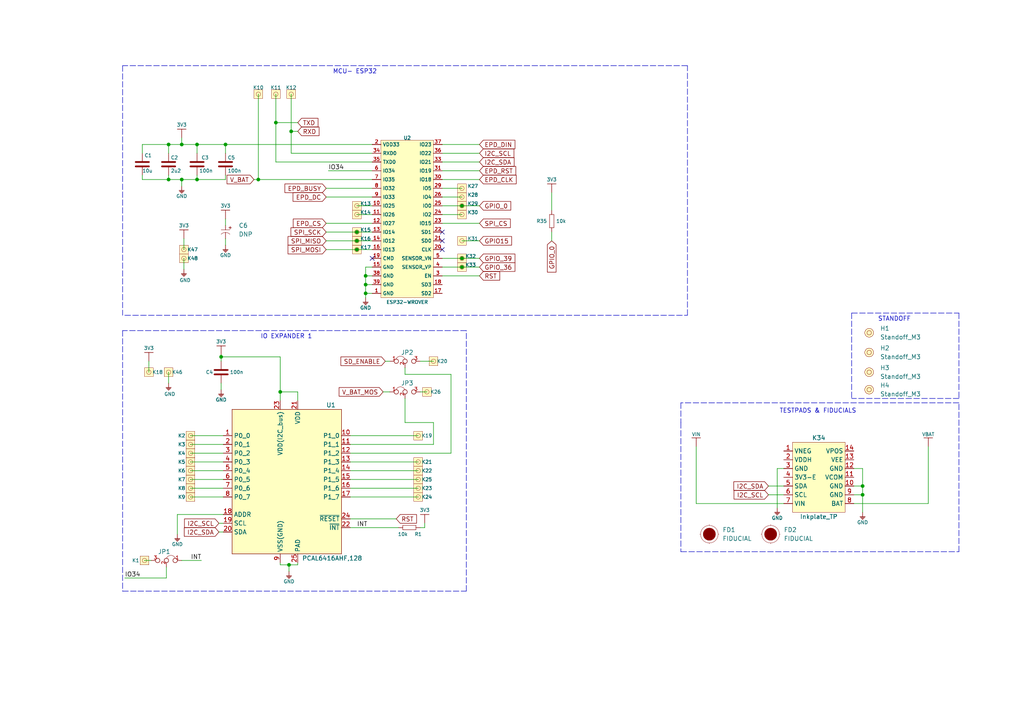
<source format=kicad_sch>
(kicad_sch (version 20211123) (generator eeschema)

  (uuid 54d95499-cfb7-4d10-86d6-66d103fd1fa0)

  (paper "A4")

  (title_block
    (title "Soldered Inkplate 6COLOR")
    (date "2023-07-24")
    (rev "V1.2.1.")
    (company "SOLDERED")
    (comment 1 "333238")
  )

  (lib_symbols
    (symbol "e-radionica.com schematics:0603C" (pin_numbers hide) (pin_names (offset 0.002)) (in_bom yes) (on_board yes)
      (property "Reference" "C" (id 0) (at 0 3.81 0)
        (effects (font (size 1 1)))
      )
      (property "Value" "0603C" (id 1) (at 0 -3.175 0)
        (effects (font (size 1 1)))
      )
      (property "Footprint" "e-radionica.com footprinti:0603C" (id 2) (at 0.635 -4.445 0)
        (effects (font (size 1 1)) hide)
      )
      (property "Datasheet" "" (id 3) (at 0 0 0)
        (effects (font (size 1 1)) hide)
      )
      (symbol "0603C_0_1"
        (polyline
          (pts
            (xy -0.635 1.905)
            (xy -0.635 -1.905)
          )
          (stroke (width 0.5) (type default) (color 0 0 0 0))
          (fill (type none))
        )
        (polyline
          (pts
            (xy 0.635 1.905)
            (xy 0.635 -1.905)
          )
          (stroke (width 0.5) (type default) (color 0 0 0 0))
          (fill (type none))
        )
      )
      (symbol "0603C_1_1"
        (pin passive line (at -3.175 0 0) (length 2.54)
          (name "~" (effects (font (size 1.27 1.27))))
          (number "1" (effects (font (size 1.27 1.27))))
        )
        (pin passive line (at 3.175 0 180) (length 2.54)
          (name "~" (effects (font (size 1.27 1.27))))
          (number "2" (effects (font (size 1.27 1.27))))
        )
      )
    )
    (symbol "e-radionica.com schematics:0603R" (pin_numbers hide) (pin_names (offset 0.254)) (in_bom yes) (on_board yes)
      (property "Reference" "R" (id 0) (at 0 1.27 0)
        (effects (font (size 1 1)))
      )
      (property "Value" "0603R" (id 1) (at 0 -1.905 0)
        (effects (font (size 1 1)))
      )
      (property "Footprint" "e-radionica.com footprinti:0603R" (id 2) (at 0 -3.81 0)
        (effects (font (size 1 1)) hide)
      )
      (property "Datasheet" "" (id 3) (at -0.635 1.905 0)
        (effects (font (size 1 1)) hide)
      )
      (symbol "0603R_0_1"
        (rectangle (start -1.905 -0.635) (end 1.905 -0.6604)
          (stroke (width 0.1) (type default) (color 0 0 0 0))
          (fill (type none))
        )
        (rectangle (start -1.905 0.635) (end -1.8796 -0.635)
          (stroke (width 0.1) (type default) (color 0 0 0 0))
          (fill (type none))
        )
        (rectangle (start -1.905 0.635) (end 1.905 0.6096)
          (stroke (width 0.1) (type default) (color 0 0 0 0))
          (fill (type none))
        )
        (rectangle (start 1.905 0.635) (end 1.9304 -0.635)
          (stroke (width 0.1) (type default) (color 0 0 0 0))
          (fill (type none))
        )
      )
      (symbol "0603R_1_1"
        (pin passive line (at -3.175 0 0) (length 1.27)
          (name "~" (effects (font (size 1.27 1.27))))
          (number "1" (effects (font (size 1.27 1.27))))
        )
        (pin passive line (at 3.175 0 180) (length 1.27)
          (name "~" (effects (font (size 1.27 1.27))))
          (number "2" (effects (font (size 1.27 1.27))))
        )
      )
    )
    (symbol "e-radionica.com schematics:1206C" (pin_numbers hide) (in_bom yes) (on_board yes)
      (property "Reference" "C" (id 0) (at 0 3.81 0)
        (effects (font (size 1 1)))
      )
      (property "Value" "1206C" (id 1) (at 0 -3.175 0)
        (effects (font (size 1 1)))
      )
      (property "Footprint" "e-radionica.com footprinti:1206C" (id 2) (at 0 -5.08 0)
        (effects (font (size 1 1)) hide)
      )
      (property "Datasheet" "" (id 3) (at 0 0 0)
        (effects (font (size 1 1)) hide)
      )
      (symbol "1206C_0_1"
        (polyline
          (pts
            (xy -0.635 1.905)
            (xy -0.635 -1.905)
          )
          (stroke (width 0.5) (type default) (color 0 0 0 0))
          (fill (type none))
        )
        (polyline
          (pts
            (xy 0.635 1.905)
            (xy 0.635 -1.905)
          )
          (stroke (width 0.5) (type default) (color 0 0 0 0))
          (fill (type none))
        )
      )
      (symbol "1206C_1_1"
        (pin passive line (at -3.175 0 0) (length 2.54)
          (name "~" (effects (font (size 1.27 1.27))))
          (number "1" (effects (font (size 1.27 1.27))))
        )
        (pin passive line (at 3.175 0 180) (length 2.54)
          (name "~" (effects (font (size 1.27 1.27))))
          (number "2" (effects (font (size 1.27 1.27))))
        )
      )
    )
    (symbol "e-radionica.com schematics:2917C" (pin_numbers hide) (pin_names hide) (in_bom yes) (on_board yes)
      (property "Reference" "C?" (id 0) (at 0 0 0)
        (effects (font (size 1.27 1.27)))
      )
      (property "Value" "2917C" (id 1) (at 0 0 0)
        (effects (font (size 1.27 1.27)))
      )
      (property "Footprint" "e-radionica.com footprinti:2917C" (id 2) (at 0 0 0)
        (effects (font (size 1.27 1.27)) hide)
      )
      (property "Datasheet" "" (id 3) (at 0 0 0)
        (effects (font (size 1.27 1.27)) hide)
      )
      (property "ki_description" "TANTAL CAP" (id 4) (at 0 0 0)
        (effects (font (size 1.27 1.27)) hide)
      )
      (symbol "2917C_0_0"
        (text "+" (at -0.635 -1.27 0)
          (effects (font (size 1 1)))
        )
      )
      (symbol "2917C_0_1"
        (polyline
          (pts
            (xy 0 -3.81)
            (xy 0 -1.27)
          )
          (stroke (width 0.1) (type default) (color 0 0 0 0))
          (fill (type none))
        )
        (arc (start 1.2699 -1.27) (mid 0.7439 -2.54) (end 1.2699 -3.81)
          (stroke (width 0.1) (type default) (color 0 0 0 0))
          (fill (type none))
        )
      )
      (symbol "2917C_1_1"
        (pin input line (at -1.27 -2.54 0) (length 1.27)
          (name "+" (effects (font (size 1.27 1.27))))
          (number "1" (effects (font (size 1.27 1.27))))
        )
        (pin input line (at 2.54 -2.54 180) (length 1.8)
          (name "-" (effects (font (size 1.27 1.27))))
          (number "2" (effects (font (size 1.27 1.27))))
        )
      )
    )
    (symbol "e-radionica.com schematics:3V3" (power) (pin_names (offset 0)) (in_bom yes) (on_board yes)
      (property "Reference" "#PWR" (id 0) (at 4.445 0 0)
        (effects (font (size 1 1)) hide)
      )
      (property "Value" "3V3" (id 1) (at 0 3.556 0)
        (effects (font (size 1 1)))
      )
      (property "Footprint" "" (id 2) (at 4.445 3.81 0)
        (effects (font (size 1 1)) hide)
      )
      (property "Datasheet" "" (id 3) (at 4.445 3.81 0)
        (effects (font (size 1 1)) hide)
      )
      (property "ki_keywords" "power-flag" (id 4) (at 0 0 0)
        (effects (font (size 1.27 1.27)) hide)
      )
      (property "ki_description" "Power symbol creates a global label with name \"3V3\"" (id 5) (at 0 0 0)
        (effects (font (size 1.27 1.27)) hide)
      )
      (symbol "3V3_0_1"
        (polyline
          (pts
            (xy -1.27 2.54)
            (xy 1.27 2.54)
          )
          (stroke (width 0.16) (type default) (color 0 0 0 0))
          (fill (type none))
        )
        (polyline
          (pts
            (xy 0 0)
            (xy 0 2.54)
          )
          (stroke (width 0) (type default) (color 0 0 0 0))
          (fill (type none))
        )
      )
      (symbol "3V3_1_1"
        (pin power_in line (at 0 0 90) (length 0) hide
          (name "3V3" (effects (font (size 1.27 1.27))))
          (number "1" (effects (font (size 1.27 1.27))))
        )
      )
    )
    (symbol "e-radionica.com schematics:ESP32-WROVER" (in_bom yes) (on_board yes)
      (property "Reference" "U" (id 0) (at -6.35 25.4 0)
        (effects (font (size 1 1)))
      )
      (property "Value" "ESP32-WROVER" (id 1) (at 0 -22.86 0)
        (effects (font (size 1 1)))
      )
      (property "Footprint" "e-radionica.com footprinti:ESP32-WROVER" (id 2) (at 0 -24.13 0)
        (effects (font (size 1 1)) hide)
      )
      (property "Datasheet" "" (id 3) (at 0 0 0)
        (effects (font (size 1 1)) hide)
      )
      (symbol "ESP32-WROVER_0_1"
        (rectangle (start -7.62 24.13) (end 7.62 -21.59)
          (stroke (width 0.001) (type default) (color 0 0 0 0))
          (fill (type background))
        )
      )
      (symbol "ESP32-WROVER_1_1"
        (pin power_in line (at -10.16 -20.32 0) (length 2.54)
          (name "GND" (effects (font (size 1 1))))
          (number "1" (effects (font (size 1 1))))
        )
        (pin bidirectional line (at -10.16 5.08 0) (length 2.54)
          (name "IO25" (effects (font (size 1 1))))
          (number "10" (effects (font (size 1 1))))
        )
        (pin bidirectional line (at -10.16 2.54 0) (length 2.54)
          (name "IO26" (effects (font (size 1 1))))
          (number "11" (effects (font (size 1 1))))
        )
        (pin bidirectional line (at -10.16 0 0) (length 2.54)
          (name "IO27" (effects (font (size 1 1))))
          (number "12" (effects (font (size 1 1))))
        )
        (pin bidirectional line (at -10.16 -2.54 0) (length 2.54)
          (name "IO14" (effects (font (size 1 1))))
          (number "13" (effects (font (size 1 1))))
        )
        (pin bidirectional line (at -10.16 -5.08 0) (length 2.54)
          (name "IO12" (effects (font (size 1 1))))
          (number "14" (effects (font (size 1 1))))
        )
        (pin power_in line (at -10.16 -12.7 0) (length 2.54)
          (name "GND" (effects (font (size 1 1))))
          (number "15" (effects (font (size 1 1))))
        )
        (pin bidirectional line (at -10.16 -7.62 0) (length 2.54)
          (name "IO13" (effects (font (size 1 1))))
          (number "16" (effects (font (size 1 1))))
        )
        (pin bidirectional line (at 10.16 -20.32 180) (length 2.54)
          (name "SD2" (effects (font (size 1 1))))
          (number "17" (effects (font (size 1 1))))
        )
        (pin bidirectional line (at 10.16 -17.78 180) (length 2.54)
          (name "SD3" (effects (font (size 1 1))))
          (number "18" (effects (font (size 1 1))))
        )
        (pin bidirectional line (at -10.16 -10.16 0) (length 2.54)
          (name "CMD" (effects (font (size 1 1))))
          (number "19" (effects (font (size 1 1))))
        )
        (pin power_in line (at -10.16 22.86 0) (length 2.54)
          (name "VDD33" (effects (font (size 1 1))))
          (number "2" (effects (font (size 1 1))))
        )
        (pin bidirectional line (at 10.16 -7.62 180) (length 2.54)
          (name "CLK" (effects (font (size 1 1))))
          (number "20" (effects (font (size 1 1))))
        )
        (pin bidirectional line (at 10.16 -5.08 180) (length 2.54)
          (name "SD0" (effects (font (size 1 1))))
          (number "21" (effects (font (size 1 1))))
        )
        (pin bidirectional line (at 10.16 -2.54 180) (length 2.54)
          (name "SD1" (effects (font (size 1 1))))
          (number "22" (effects (font (size 1 1))))
        )
        (pin bidirectional line (at 10.16 0 180) (length 2.54)
          (name "IO15" (effects (font (size 1 1))))
          (number "23" (effects (font (size 1 1))))
        )
        (pin bidirectional line (at 10.16 2.54 180) (length 2.54)
          (name "IO2" (effects (font (size 1 1))))
          (number "24" (effects (font (size 1 1))))
        )
        (pin bidirectional line (at 10.16 5.08 180) (length 2.54)
          (name "IO0" (effects (font (size 1 1))))
          (number "25" (effects (font (size 1 1))))
        )
        (pin bidirectional line (at 10.16 7.62 180) (length 2.54)
          (name "IO4" (effects (font (size 1 1))))
          (number "26" (effects (font (size 1 1))))
        )
        (pin bidirectional line (at 10.16 10.16 180) (length 2.54)
          (name "IO5" (effects (font (size 1 1))))
          (number "29" (effects (font (size 1 1))))
        )
        (pin bidirectional line (at 10.16 -15.24 180) (length 2.54)
          (name "EN" (effects (font (size 1 1))))
          (number "3" (effects (font (size 1 1))))
        )
        (pin bidirectional line (at 10.16 12.7 180) (length 2.54)
          (name "IO18" (effects (font (size 1 1))))
          (number "30" (effects (font (size 1 1))))
        )
        (pin bidirectional line (at 10.16 15.24 180) (length 2.54)
          (name "IO19" (effects (font (size 1 1))))
          (number "31" (effects (font (size 1 1))))
        )
        (pin bidirectional line (at 10.16 17.78 180) (length 2.54)
          (name "IO21" (effects (font (size 1 1))))
          (number "33" (effects (font (size 1 1))))
        )
        (pin bidirectional line (at -10.16 20.32 0) (length 2.54)
          (name "RXD0" (effects (font (size 1 1))))
          (number "34" (effects (font (size 1 1))))
        )
        (pin bidirectional line (at -10.16 17.78 0) (length 2.54)
          (name "TXD0" (effects (font (size 1 1))))
          (number "35" (effects (font (size 1 1))))
        )
        (pin bidirectional line (at 10.16 20.32 180) (length 2.54)
          (name "IO22" (effects (font (size 1 1))))
          (number "36" (effects (font (size 1 1))))
        )
        (pin bidirectional line (at 10.16 22.86 180) (length 2.54)
          (name "IO23" (effects (font (size 1 1))))
          (number "37" (effects (font (size 1 1))))
        )
        (pin power_in line (at -10.16 -15.24 0) (length 2.54)
          (name "GND" (effects (font (size 1 1))))
          (number "38" (effects (font (size 1 1))))
        )
        (pin power_in line (at -10.16 -17.78 0) (length 2.54)
          (name "GND" (effects (font (size 1 1))))
          (number "39" (effects (font (size 1 1))))
        )
        (pin bidirectional line (at 10.16 -12.7 180) (length 2.54)
          (name "SENSOR_VP" (effects (font (size 1 1))))
          (number "4" (effects (font (size 1 1))))
        )
        (pin bidirectional line (at 10.16 -10.16 180) (length 2.54)
          (name "SENSOR_VN" (effects (font (size 1 1))))
          (number "5" (effects (font (size 1 1))))
        )
        (pin bidirectional line (at -10.16 15.24 0) (length 2.54)
          (name "IO34" (effects (font (size 1 1))))
          (number "6" (effects (font (size 1 1))))
        )
        (pin bidirectional line (at -10.16 12.7 0) (length 2.54)
          (name "IO35" (effects (font (size 1 1))))
          (number "7" (effects (font (size 1 1))))
        )
        (pin bidirectional line (at -10.16 10.16 0) (length 2.54)
          (name "IO32" (effects (font (size 1 1))))
          (number "8" (effects (font (size 1 1))))
        )
        (pin bidirectional line (at -10.16 7.62 0) (length 2.54)
          (name "IO33" (effects (font (size 1 1))))
          (number "9" (effects (font (size 1 1))))
        )
      )
    )
    (symbol "e-radionica.com schematics:FIDUCIAL" (in_bom no) (on_board yes)
      (property "Reference" "FD" (id 0) (at 0 3.81 0)
        (effects (font (size 1.27 1.27)))
      )
      (property "Value" "FIDUCIAL" (id 1) (at 0 -3.81 0)
        (effects (font (size 1.27 1.27)))
      )
      (property "Footprint" "e-radionica.com footprinti:FIDUCIAL_23" (id 2) (at 0.254 -5.334 0)
        (effects (font (size 1.27 1.27)) hide)
      )
      (property "Datasheet" "" (id 3) (at 0 0 0)
        (effects (font (size 1.27 1.27)) hide)
      )
      (symbol "FIDUCIAL_0_1"
        (polyline
          (pts
            (xy -2.54 0)
            (xy -2.794 0)
          )
          (stroke (width 0.0006) (type default) (color 0 0 0 0))
          (fill (type none))
        )
        (polyline
          (pts
            (xy 0 -2.54)
            (xy 0 -2.794)
          )
          (stroke (width 0.0006) (type default) (color 0 0 0 0))
          (fill (type none))
        )
        (polyline
          (pts
            (xy 0 2.54)
            (xy 0 2.794)
          )
          (stroke (width 0.0006) (type default) (color 0 0 0 0))
          (fill (type none))
        )
        (polyline
          (pts
            (xy 2.54 0)
            (xy 2.794 0)
          )
          (stroke (width 0.0006) (type default) (color 0 0 0 0))
          (fill (type none))
        )
        (circle (center 0 0) (radius 1.7961)
          (stroke (width 0.001) (type default) (color 0 0 0 0))
          (fill (type outline))
        )
        (circle (center 0 0) (radius 2.54)
          (stroke (width 0.0006) (type default) (color 0 0 0 0))
          (fill (type none))
        )
      )
    )
    (symbol "e-radionica.com schematics:GND" (power) (pin_names (offset 0)) (in_bom yes) (on_board yes)
      (property "Reference" "#PWR" (id 0) (at 4.445 0 0)
        (effects (font (size 1 1)) hide)
      )
      (property "Value" "GND" (id 1) (at 0 -2.921 0)
        (effects (font (size 1 1)))
      )
      (property "Footprint" "" (id 2) (at 4.445 3.81 0)
        (effects (font (size 1 1)) hide)
      )
      (property "Datasheet" "" (id 3) (at 4.445 3.81 0)
        (effects (font (size 1 1)) hide)
      )
      (property "ki_keywords" "power-flag" (id 4) (at 0 0 0)
        (effects (font (size 1.27 1.27)) hide)
      )
      (property "ki_description" "Power symbol creates a global label with name \"GND\"" (id 5) (at 0 0 0)
        (effects (font (size 1.27 1.27)) hide)
      )
      (symbol "GND_0_1"
        (polyline
          (pts
            (xy -0.762 -1.27)
            (xy 0.762 -1.27)
          )
          (stroke (width 0.16) (type default) (color 0 0 0 0))
          (fill (type none))
        )
        (polyline
          (pts
            (xy -0.635 -1.524)
            (xy 0.635 -1.524)
          )
          (stroke (width 0.16) (type default) (color 0 0 0 0))
          (fill (type none))
        )
        (polyline
          (pts
            (xy -0.381 -1.778)
            (xy 0.381 -1.778)
          )
          (stroke (width 0.16) (type default) (color 0 0 0 0))
          (fill (type none))
        )
        (polyline
          (pts
            (xy -0.127 -2.032)
            (xy 0.127 -2.032)
          )
          (stroke (width 0.16) (type default) (color 0 0 0 0))
          (fill (type none))
        )
        (polyline
          (pts
            (xy 0 0)
            (xy 0 -1.27)
          )
          (stroke (width 0.16) (type default) (color 0 0 0 0))
          (fill (type none))
        )
      )
      (symbol "GND_1_1"
        (pin power_in line (at 0 0 270) (length 0) hide
          (name "GND" (effects (font (size 1.27 1.27))))
          (number "1" (effects (font (size 1.27 1.27))))
        )
      )
    )
    (symbol "e-radionica.com schematics:HEADER_MALE_1X1_Inkplate" (pin_numbers hide) (pin_names hide) (in_bom yes) (on_board yes)
      (property "Reference" "K" (id 0) (at 0 2.54 0)
        (effects (font (size 1 1)))
      )
      (property "Value" "HEADER_MALE_1X1_Inkplate" (id 1) (at 0 -2.54 0)
        (effects (font (size 1 1)))
      )
      (property "Footprint" "e-radionica.com footprinti:HEADER_MALE_1X1_Inkplate" (id 2) (at 0 -5.08 0)
        (effects (font (size 1 1)) hide)
      )
      (property "Datasheet" "" (id 3) (at 0 0 0)
        (effects (font (size 1 1)) hide)
      )
      (symbol "HEADER_MALE_1X1_Inkplate_0_1"
        (rectangle (start -1.27 1.27) (end 1.27 -1.27)
          (stroke (width 0.001) (type default) (color 0 0 0 0))
          (fill (type background))
        )
        (circle (center 0 0) (radius 0.635)
          (stroke (width 0.0006) (type default) (color 0 0 0 0))
          (fill (type none))
        )
      )
      (symbol "HEADER_MALE_1X1_Inkplate_1_1"
        (pin passive line (at 0 0 180) (length 0)
          (name "~" (effects (font (size 1 1))))
          (number "1" (effects (font (size 1 1))))
        )
      )
    )
    (symbol "e-radionica.com schematics:Inkplate_TP" (in_bom yes) (on_board yes)
      (property "Reference" "K" (id 0) (at 0 11.43 0)
        (effects (font (size 1.27 1.27)))
      )
      (property "Value" "Inkplate_TP" (id 1) (at 0 -11.43 0)
        (effects (font (size 1.27 1.27)))
      )
      (property "Footprint" "e-radionica.com footprinti:INKPLATE TEST HEADER" (id 2) (at -2.54 -13.97 0)
        (effects (font (size 1.27 1.27)) hide)
      )
      (property "Datasheet" "" (id 3) (at -1.27 0 0)
        (effects (font (size 1.27 1.27)) hide)
      )
      (symbol "Inkplate_TP_0_1"
        (rectangle (start -7.62 10.16) (end 7.62 -10.16)
          (stroke (width 0.1) (type default) (color 0 0 0 0))
          (fill (type background))
        )
      )
      (symbol "Inkplate_TP_1_1"
        (pin passive line (at -10.16 7.62 0) (length 2.54)
          (name "VNEG" (effects (font (size 1.27 1.27))))
          (number "1" (effects (font (size 1.27 1.27))))
        )
        (pin passive line (at 10.16 -2.54 180) (length 2.54)
          (name "GND" (effects (font (size 1.27 1.27))))
          (number "10" (effects (font (size 1.27 1.27))))
        )
        (pin passive line (at 10.16 0 180) (length 2.54)
          (name "VCOM" (effects (font (size 1.27 1.27))))
          (number "11" (effects (font (size 1.27 1.27))))
        )
        (pin passive line (at 10.16 2.54 180) (length 2.54)
          (name "GND" (effects (font (size 1.27 1.27))))
          (number "12" (effects (font (size 1.27 1.27))))
        )
        (pin passive line (at 10.16 5.08 180) (length 2.54)
          (name "VEE" (effects (font (size 1.27 1.27))))
          (number "13" (effects (font (size 1.27 1.27))))
        )
        (pin passive line (at 10.16 7.62 180) (length 2.54)
          (name "VPOS" (effects (font (size 1.27 1.27))))
          (number "14" (effects (font (size 1.27 1.27))))
        )
        (pin passive line (at -10.16 5.08 0) (length 2.54)
          (name "VDDH" (effects (font (size 1.27 1.27))))
          (number "2" (effects (font (size 1.27 1.27))))
        )
        (pin passive line (at -10.16 2.54 0) (length 2.54)
          (name "GND" (effects (font (size 1.27 1.27))))
          (number "3" (effects (font (size 1.27 1.27))))
        )
        (pin passive line (at -10.16 0 0) (length 2.54)
          (name "3V3-E" (effects (font (size 1.27 1.27))))
          (number "4" (effects (font (size 1.27 1.27))))
        )
        (pin passive line (at -10.16 -2.54 0) (length 2.54)
          (name "SDA" (effects (font (size 1.27 1.27))))
          (number "5" (effects (font (size 1.27 1.27))))
        )
        (pin passive line (at -10.16 -5.08 0) (length 2.54)
          (name "SCL" (effects (font (size 1.27 1.27))))
          (number "6" (effects (font (size 1.27 1.27))))
        )
        (pin passive line (at -10.16 -7.62 0) (length 2.54)
          (name "VIN" (effects (font (size 1.27 1.27))))
          (number "7" (effects (font (size 1.27 1.27))))
        )
        (pin passive line (at 10.16 -7.62 180) (length 2.54)
          (name "BAT" (effects (font (size 1.27 1.27))))
          (number "8" (effects (font (size 1.27 1.27))))
        )
        (pin passive line (at 10.16 -5.08 180) (length 2.54)
          (name "GND" (effects (font (size 1.27 1.27))))
          (number "9" (effects (font (size 1.27 1.27))))
        )
      )
    )
    (symbol "e-radionica.com schematics:PCAL6416AHF,128" (in_bom yes) (on_board yes)
      (property "Reference" "U" (id 0) (at 1.27 -5.08 0)
        (effects (font (size 1.27 1.27)))
      )
      (property "Value" "PCAL6416AHF,128" (id 1) (at 1.27 0 0)
        (effects (font (size 1.27 1.27)))
      )
      (property "Footprint" "e-radionica.com footprinti:PCAL6416AHF,128" (id 2) (at 0 31.75 0)
        (effects (font (size 1.27 1.27)) hide)
      )
      (property "Datasheet" "" (id 3) (at -15.24 11.43 0)
        (effects (font (size 1.27 1.27)) hide)
      )
      (symbol "PCAL6416AHF,128_0_0"
        (rectangle (start -15.24 20.32) (end 16.51 -21.59)
          (stroke (width 0) (type default) (color 0 0 0 0))
          (fill (type background))
        )
        (pin passive line (at 3.81 -24.13 90) (length 2.54)
          (name "PAD" (effects (font (size 1.27 1.27))))
          (number "25" (effects (font (size 1.27 1.27))))
        )
      )
      (symbol "PCAL6416AHF,128_1_1"
        (pin passive line (at -17.78 12.7 0) (length 2.54)
          (name "P0_0" (effects (font (size 1.27 1.27))))
          (number "1" (effects (font (size 1.27 1.27))))
        )
        (pin passive line (at 19.05 12.7 180) (length 2.54)
          (name "P1_0" (effects (font (size 1.27 1.27))))
          (number "10" (effects (font (size 1.27 1.27))))
        )
        (pin passive line (at 19.05 10.16 180) (length 2.54)
          (name "P1_1" (effects (font (size 1.27 1.27))))
          (number "11" (effects (font (size 1.27 1.27))))
        )
        (pin passive line (at 19.05 7.62 180) (length 2.54)
          (name "P1_2" (effects (font (size 1.27 1.27))))
          (number "12" (effects (font (size 1.27 1.27))))
        )
        (pin passive line (at 19.05 5.08 180) (length 2.54)
          (name "P1_3" (effects (font (size 1.27 1.27))))
          (number "13" (effects (font (size 1.27 1.27))))
        )
        (pin passive line (at 19.05 2.54 180) (length 2.54)
          (name "P1_4" (effects (font (size 1.27 1.27))))
          (number "14" (effects (font (size 1.27 1.27))))
        )
        (pin passive line (at 19.05 0 180) (length 2.54)
          (name "P1_5" (effects (font (size 1.27 1.27))))
          (number "15" (effects (font (size 1.27 1.27))))
        )
        (pin passive line (at 19.05 -2.54 180) (length 2.54)
          (name "P1_6" (effects (font (size 1.27 1.27))))
          (number "16" (effects (font (size 1.27 1.27))))
        )
        (pin passive line (at 19.05 -5.08 180) (length 2.54)
          (name "P1_7" (effects (font (size 1.27 1.27))))
          (number "17" (effects (font (size 1.27 1.27))))
        )
        (pin passive line (at -17.78 -10.16 0) (length 2.54)
          (name "ADDR" (effects (font (size 1.27 1.27))))
          (number "18" (effects (font (size 1.27 1.27))))
        )
        (pin passive line (at -17.78 -12.7 0) (length 2.54)
          (name "SCL" (effects (font (size 1.27 1.27))))
          (number "19" (effects (font (size 1.27 1.27))))
        )
        (pin passive line (at -17.78 10.16 0) (length 2.54)
          (name "P0_1" (effects (font (size 1.27 1.27))))
          (number "2" (effects (font (size 1.27 1.27))))
        )
        (pin passive line (at -17.78 -15.24 0) (length 2.54)
          (name "SDA" (effects (font (size 1.27 1.27))))
          (number "20" (effects (font (size 1.27 1.27))))
        )
        (pin passive line (at 3.81 22.86 270) (length 2.54)
          (name "VDD" (effects (font (size 1.27 1.27))))
          (number "21" (effects (font (size 1.27 1.27))))
        )
        (pin passive line (at 19.05 -13.97 180) (length 2.54)
          (name "~{INT}" (effects (font (size 1.27 1.27))))
          (number "22" (effects (font (size 1.27 1.27))))
        )
        (pin passive line (at -1.27 22.86 270) (length 2.54)
          (name "VDD(I2C_bus)" (effects (font (size 1.27 1.27))))
          (number "23" (effects (font (size 1.27 1.27))))
        )
        (pin passive line (at 19.05 -11.43 180) (length 2.54)
          (name "~{RESET}" (effects (font (size 1.27 1.27))))
          (number "24" (effects (font (size 1.27 1.27))))
        )
        (pin passive line (at -17.78 7.62 0) (length 2.54)
          (name "P0_2" (effects (font (size 1.27 1.27))))
          (number "3" (effects (font (size 1.27 1.27))))
        )
        (pin passive line (at -17.78 5.08 0) (length 2.54)
          (name "P0_3" (effects (font (size 1.27 1.27))))
          (number "4" (effects (font (size 1.27 1.27))))
        )
        (pin passive line (at -17.78 2.54 0) (length 2.54)
          (name "P0_4" (effects (font (size 1.27 1.27))))
          (number "5" (effects (font (size 1.27 1.27))))
        )
        (pin passive line (at -17.78 0 0) (length 2.54)
          (name "P0_5" (effects (font (size 1.27 1.27))))
          (number "6" (effects (font (size 1.27 1.27))))
        )
        (pin passive line (at -17.78 -2.54 0) (length 2.54)
          (name "P0_6" (effects (font (size 1.27 1.27))))
          (number "7" (effects (font (size 1.27 1.27))))
        )
        (pin passive line (at -17.78 -5.08 0) (length 2.54)
          (name "P0_7" (effects (font (size 1.27 1.27))))
          (number "8" (effects (font (size 1.27 1.27))))
        )
        (pin passive line (at -1.27 -24.13 90) (length 2.54)
          (name "VSS(GND)" (effects (font (size 1.27 1.27))))
          (number "9" (effects (font (size 1.27 1.27))))
        )
      )
    )
    (symbol "e-radionica.com schematics:SMD_JUMPER_3_PAD_CONNECTED_LEFT_TRACE" (in_bom yes) (on_board yes)
      (property "Reference" "JP" (id 0) (at 0 3.81 0)
        (effects (font (size 1.27 1.27)))
      )
      (property "Value" "SMD_JUMPER_3_PAD_CONNECTED_LEFT_TRACE" (id 1) (at -1.27 -7.62 0)
        (effects (font (size 1.27 1.27)) hide)
      )
      (property "Footprint" "e-radionica.com footprinti:SMD_JUMPER_3_PAD_CONNECTED_LEFT_TRACE" (id 2) (at 2.54 -12.7 0)
        (effects (font (size 1.27 1.27)) hide)
      )
      (property "Datasheet" "" (id 3) (at 0 0 0)
        (effects (font (size 1.27 1.27)) hide)
      )
      (symbol "SMD_JUMPER_3_PAD_CONNECTED_LEFT_TRACE_0_1"
        (arc (start -0.635 0.5842) (mid -1.9346 1.472) (end -3.2512 0.6096)
          (stroke (width 0.1) (type default) (color 0 0 0 0))
          (fill (type none))
        )
      )
      (symbol "SMD_JUMPER_3_PAD_CONNECTED_LEFT_TRACE_1_1"
        (pin passive inverted (at -5.08 0 0) (length 2.54)
          (name "" (effects (font (size 1 1))))
          (number "1" (effects (font (size 1 1))))
        )
        (pin passive inverted (at -0.635 -1.905 90) (length 2.54)
          (name "" (effects (font (size 1 1))))
          (number "2" (effects (font (size 1 1))))
        )
        (pin passive inverted (at 3.81 0 180) (length 2.54)
          (name "" (effects (font (size 1 1))))
          (number "3" (effects (font (size 1 1))))
        )
      )
    )
    (symbol "e-radionica.com schematics:Standoff_M3" (in_bom yes) (on_board yes)
      (property "Reference" "H" (id 0) (at 0 2.54 0)
        (effects (font (size 1.27 1.27)))
      )
      (property "Value" "Standoff_M3" (id 1) (at 0 -2.54 0)
        (effects (font (size 1.27 1.27)))
      )
      (property "Footprint" "e-radionica.com footprinti:Standoff_M3" (id 2) (at 0 -3.81 0)
        (effects (font (size 1.27 1.27)) hide)
      )
      (property "Datasheet" "" (id 3) (at 0 0 0)
        (effects (font (size 1.27 1.27)) hide)
      )
      (property "ki_keywords" "standoff odstojnik" (id 4) (at 0 0 0)
        (effects (font (size 1.27 1.27)) hide)
      )
      (property "ki_description" "M3 standoff SMTSO-M3-7ET" (id 5) (at 0 0 0)
        (effects (font (size 1.27 1.27)) hide)
      )
      (symbol "Standoff_M3_0_1"
        (circle (center 0 0) (radius 0.635)
          (stroke (width 0.1) (type default) (color 0 0 0 0))
          (fill (type none))
        )
        (circle (center 0 0) (radius 1.27)
          (stroke (width 0.1) (type default) (color 0 0 0 0))
          (fill (type background))
        )
      )
    )
    (symbol "e-radionica.com schematics:VBAT" (power) (pin_names (offset 0)) (in_bom yes) (on_board yes)
      (property "Reference" "#PWR" (id 0) (at 4.445 0 0)
        (effects (font (size 1 1)) hide)
      )
      (property "Value" "VBAT" (id 1) (at 0 3.556 0)
        (effects (font (size 1 1)))
      )
      (property "Footprint" "" (id 2) (at 4.445 3.81 0)
        (effects (font (size 1 1)) hide)
      )
      (property "Datasheet" "" (id 3) (at 4.445 3.81 0)
        (effects (font (size 1 1)) hide)
      )
      (property "ki_keywords" "power-flag" (id 4) (at 0 0 0)
        (effects (font (size 1.27 1.27)) hide)
      )
      (property "ki_description" "Power symbol creates a global label with name \"VBAT\"" (id 5) (at 0 0 0)
        (effects (font (size 1.27 1.27)) hide)
      )
      (symbol "VBAT_0_1"
        (polyline
          (pts
            (xy -1.27 2.54)
            (xy 1.27 2.54)
          )
          (stroke (width 0.16) (type default) (color 0 0 0 0))
          (fill (type none))
        )
        (polyline
          (pts
            (xy 0 0)
            (xy 0 2.54)
          )
          (stroke (width 0) (type default) (color 0 0 0 0))
          (fill (type none))
        )
      )
      (symbol "VBAT_1_1"
        (pin power_in line (at 0 0 90) (length 0) hide
          (name "VBAT" (effects (font (size 1.27 1.27))))
          (number "1" (effects (font (size 1.27 1.27))))
        )
      )
    )
    (symbol "e-radionica.com schematics:VIN" (power) (pin_names (offset 0)) (in_bom yes) (on_board yes)
      (property "Reference" "#PWR" (id 0) (at 4.445 0 0)
        (effects (font (size 1 1)) hide)
      )
      (property "Value" "VIN" (id 1) (at 0 3.556 0)
        (effects (font (size 1 1)))
      )
      (property "Footprint" "" (id 2) (at 4.445 3.81 0)
        (effects (font (size 1 1)) hide)
      )
      (property "Datasheet" "" (id 3) (at 4.445 3.81 0)
        (effects (font (size 1 1)) hide)
      )
      (property "ki_keywords" "power-flag" (id 4) (at 0 0 0)
        (effects (font (size 1.27 1.27)) hide)
      )
      (property "ki_description" "Power symbol creates a global label with name \"VIN\"" (id 5) (at 0 0 0)
        (effects (font (size 1.27 1.27)) hide)
      )
      (symbol "VIN_0_1"
        (polyline
          (pts
            (xy -1.27 2.54)
            (xy 1.27 2.54)
          )
          (stroke (width 0.16) (type default) (color 0 0 0 0))
          (fill (type none))
        )
        (polyline
          (pts
            (xy 0 0)
            (xy 0 2.54)
          )
          (stroke (width 0) (type default) (color 0 0 0 0))
          (fill (type none))
        )
      )
      (symbol "VIN_1_1"
        (pin power_in line (at 0 0 90) (length 0) hide
          (name "VIN" (effects (font (size 1.27 1.27))))
          (number "1" (effects (font (size 1.27 1.27))))
        )
      )
    )
  )

  (junction (at 133.985 74.93) (diameter 0) (color 0 0 0 0)
    (uuid 00f4c050-97cc-4b68-9bf3-9ef2f64c7cc9)
  )
  (junction (at 133.985 77.47) (diameter 0) (color 0 0 0 0)
    (uuid 0245c7db-9593-40ac-8cf4-779052cbefa0)
  )
  (junction (at 250.19 140.97) (diameter 0) (color 0 0 0 0)
    (uuid 075121d0-8f93-44a8-8314-a71ad9a74eca)
  )
  (junction (at 84.455 38.1) (diameter 0) (color 0 0 0 0)
    (uuid 138593ef-6a52-4cf8-8b1b-f907d8d2f55b)
  )
  (junction (at 106.045 80.01) (diameter 0) (color 0 0 0 0)
    (uuid 31d2f4d2-3825-4231-b70c-78153232397e)
  )
  (junction (at 133.985 59.69) (diameter 0) (color 0 0 0 0)
    (uuid 468b0cc9-7e85-4ef4-aeca-611caf662ef5)
  )
  (junction (at 74.93 52.07) (diameter 0) (color 0 0 0 0)
    (uuid 53e9e9fa-f031-4f51-92ad-bcf07a4a592e)
  )
  (junction (at 106.045 85.09) (diameter 0) (color 0 0 0 0)
    (uuid 576cfa83-7fbf-486d-ae0c-07dd184b3d34)
  )
  (junction (at 52.705 52.07) (diameter 0) (color 0 0 0 0)
    (uuid 7944e3ac-eb30-4320-a872-bd7ccda6a874)
  )
  (junction (at 65.405 41.91) (diameter 0) (color 0 0 0 0)
    (uuid 7f35e4b2-6e6c-416b-81ae-75b3484aadfb)
  )
  (junction (at 81.28 113.665) (diameter 0) (color 0 0 0 0)
    (uuid 8754ae87-297d-4444-b2eb-fed59e781a70)
  )
  (junction (at 106.045 82.55) (diameter 0) (color 0 0 0 0)
    (uuid 93ebfbb1-c599-4a24-b116-fb9e79598848)
  )
  (junction (at 57.15 41.91) (diameter 0) (color 0 0 0 0)
    (uuid 94fadabb-78b5-409c-9847-6273bf104f95)
  )
  (junction (at 250.19 143.51) (diameter 0) (color 0 0 0 0)
    (uuid 980dab03-ee00-48e0-8d44-2bacd47d6d84)
  )
  (junction (at 103.505 72.39) (diameter 0) (color 0 0 0 0)
    (uuid a43888b3-fa55-4f23-90fe-9e1ad9b9a3f1)
  )
  (junction (at 103.505 69.85) (diameter 0) (color 0 0 0 0)
    (uuid a46dc510-fa28-4747-b623-72ae4013b14d)
  )
  (junction (at 48.895 52.07) (diameter 0) (color 0 0 0 0)
    (uuid b416d27f-1451-4794-a60d-c05bcbca8ee4)
  )
  (junction (at 64.135 103.505) (diameter 0) (color 0 0 0 0)
    (uuid bafe615c-bff3-4f69-9762-55528a810e1c)
  )
  (junction (at 80.01 35.56) (diameter 0) (color 0 0 0 0)
    (uuid c17b66e4-b8ed-4f64-9fe6-ef44d956749b)
  )
  (junction (at 103.505 67.31) (diameter 0) (color 0 0 0 0)
    (uuid d4442bc7-ed36-48ed-8b0b-e0300d5de53f)
  )
  (junction (at 52.705 41.91) (diameter 0) (color 0 0 0 0)
    (uuid dbcff160-828a-412b-bc14-5c5a9a9cc229)
  )
  (junction (at 83.82 163.83) (diameter 0) (color 0 0 0 0)
    (uuid e41a88e1-45c5-42d0-af52-fb06137a3ac1)
  )
  (junction (at 48.895 41.91) (diameter 0) (color 0 0 0 0)
    (uuid f4b67c52-8290-474a-ba54-1dcbaa85378d)
  )
  (junction (at 57.15 52.07) (diameter 0) (color 0 0 0 0)
    (uuid fbce1faa-c6da-4c5d-9d37-8510c9fdb0d7)
  )

  (no_connect (at 107.95 74.93) (uuid 5e4f5ba4-28cf-4cfa-aed1-1e61999bf9c3))
  (no_connect (at 128.27 72.39) (uuid 7aa50aec-5bad-4112-89ae-b9d90345c7e8))
  (no_connect (at 128.27 69.85) (uuid 7cd7ff67-d5da-4003-9245-1ab805613c8a))
  (no_connect (at 128.27 67.31) (uuid ce37990f-98f5-4790-9a7c-2896b84f5276))

  (wire (pts (xy 41.275 52.07) (xy 48.895 52.07))
    (stroke (width 0) (type default) (color 0 0 0 0))
    (uuid 087e9c0f-c55f-4e58-a020-02e1e7eda8f3)
  )
  (wire (pts (xy 86.36 113.665) (xy 81.28 113.665))
    (stroke (width 0) (type default) (color 0 0 0 0))
    (uuid 09057969-d9ff-4d42-9489-d519efdd81cb)
  )
  (wire (pts (xy 94.615 64.77) (xy 107.95 64.77))
    (stroke (width 0) (type default) (color 0 0 0 0))
    (uuid 0b637618-64b7-4fe9-aa9f-1757a5cf6f68)
  )
  (wire (pts (xy 125.73 128.905) (xy 125.73 122.555))
    (stroke (width 0) (type default) (color 0 0 0 0))
    (uuid 0bb5405c-a39c-4067-84ae-e8548bea63ef)
  )
  (wire (pts (xy 53.34 78.105) (xy 53.34 74.93))
    (stroke (width 0) (type default) (color 0 0 0 0))
    (uuid 0db1dbb8-794b-4048-bdc4-cbfe4fd7c91b)
  )
  (wire (pts (xy 86.36 163.195) (xy 86.36 163.83))
    (stroke (width 0) (type default) (color 0 0 0 0))
    (uuid 1236cab2-eb62-4850-9536-5ed7a53fcea8)
  )
  (wire (pts (xy 55.245 141.605) (xy 64.77 141.605))
    (stroke (width 0) (type default) (color 0 0 0 0))
    (uuid 12fd7d0d-c129-42c4-90d5-0c9ebde73240)
  )
  (wire (pts (xy 64.135 103.505) (xy 64.135 104.775))
    (stroke (width 0) (type default) (color 0 0 0 0))
    (uuid 138b1280-948a-420f-8ba1-8729b42ab957)
  )
  (wire (pts (xy 123.19 151.765) (xy 123.19 153.035))
    (stroke (width 0) (type default) (color 0 0 0 0))
    (uuid 13ba29ff-bec4-4302-a844-242f675b60f5)
  )
  (wire (pts (xy 250.19 143.51) (xy 250.19 148.59))
    (stroke (width 0) (type default) (color 0 0 0 0))
    (uuid 1436259d-2052-4881-aa1e-f19ea3478e30)
  )
  (wire (pts (xy 83.82 163.83) (xy 83.82 165.735))
    (stroke (width 0) (type default) (color 0 0 0 0))
    (uuid 1476a185-9e77-4ebc-964b-7f8027552b20)
  )
  (wire (pts (xy 81.28 113.665) (xy 81.28 103.505))
    (stroke (width 0) (type default) (color 0 0 0 0))
    (uuid 16c9af79-6251-44e7-a910-64843d6996c0)
  )
  (wire (pts (xy 48.895 111.125) (xy 48.895 107.95))
    (stroke (width 0) (type default) (color 0 0 0 0))
    (uuid 1746dff8-6d98-4725-80dc-8bc1fe86375f)
  )
  (wire (pts (xy 86.36 163.83) (xy 83.82 163.83))
    (stroke (width 0) (type default) (color 0 0 0 0))
    (uuid 179debe3-b67a-4d18-a9b5-01c0cd1ee09d)
  )
  (wire (pts (xy 48.895 41.91) (xy 48.895 44.45))
    (stroke (width 0) (type default) (color 0 0 0 0))
    (uuid 181b8938-9093-49b7-900c-94c94789bc32)
  )
  (wire (pts (xy 106.045 77.47) (xy 106.045 80.01))
    (stroke (width 0) (type default) (color 0 0 0 0))
    (uuid 188fd311-ee4b-425e-899f-8f867e879fa2)
  )
  (wire (pts (xy 86.36 116.205) (xy 86.36 113.665))
    (stroke (width 0) (type default) (color 0 0 0 0))
    (uuid 1923bf09-b657-4452-a2c7-a682dc99ca1a)
  )
  (wire (pts (xy 53.34 72.39) (xy 53.34 69.215))
    (stroke (width 0) (type default) (color 0 0 0 0))
    (uuid 1b23d86e-2a76-4608-8dce-048920387aae)
  )
  (wire (pts (xy 128.27 41.91) (xy 139.065 41.91))
    (stroke (width 0) (type default) (color 0 0 0 0))
    (uuid 1d7a7905-a836-4fc8-b9af-23416d9ee2f2)
  )
  (wire (pts (xy 247.65 135.89) (xy 250.19 135.89))
    (stroke (width 0) (type default) (color 0 0 0 0))
    (uuid 1d9aa12e-3da3-4f72-b4e2-309f4509653f)
  )
  (wire (pts (xy 130.81 108.585) (xy 130.81 131.445))
    (stroke (width 0) (type default) (color 0 0 0 0))
    (uuid 1e333299-a059-4f9d-b1b0-1f8871de4d05)
  )
  (wire (pts (xy 101.6 141.605) (xy 121.285 141.605))
    (stroke (width 0) (type default) (color 0 0 0 0))
    (uuid 1f2f38e1-7117-4c3a-915f-f0d96953640f)
  )
  (wire (pts (xy 201.93 129.54) (xy 201.93 146.05))
    (stroke (width 0) (type default) (color 0 0 0 0))
    (uuid 25b8331b-3bfe-4c1b-9261-225d71402545)
  )
  (wire (pts (xy 106.045 85.09) (xy 107.95 85.09))
    (stroke (width 0) (type default) (color 0 0 0 0))
    (uuid 260c7598-8a4f-4242-b4d8-053f8d5279eb)
  )
  (wire (pts (xy 128.27 52.07) (xy 139.065 52.07))
    (stroke (width 0) (type default) (color 0 0 0 0))
    (uuid 2751b2af-2e12-4d87-95e7-1883517cf1b2)
  )
  (wire (pts (xy 65.405 41.91) (xy 57.15 41.91))
    (stroke (width 0) (type default) (color 0 0 0 0))
    (uuid 275d5ded-6b95-42d8-b817-819fda7a24a6)
  )
  (polyline (pts (xy 247.015 90.805) (xy 278.13 90.805))
    (stroke (width 0) (type default) (color 0 0 0 0))
    (uuid 2b1de064-28c3-404b-89c8-e2e7ab2cea75)
  )

  (wire (pts (xy 64.135 111.125) (xy 64.135 113.03))
    (stroke (width 0) (type default) (color 0 0 0 0))
    (uuid 2b7b5000-3245-42aa-99a9-387062295e16)
  )
  (wire (pts (xy 106.045 80.01) (xy 106.045 82.55))
    (stroke (width 0) (type default) (color 0 0 0 0))
    (uuid 2c799823-b8fb-4f8b-8f1f-cb1741050d0c)
  )
  (wire (pts (xy 94.615 54.61) (xy 107.95 54.61))
    (stroke (width 0) (type default) (color 0 0 0 0))
    (uuid 2c9ade09-54c4-4068-92c6-68ee2d37ba8d)
  )
  (wire (pts (xy 117.475 122.555) (xy 125.73 122.555))
    (stroke (width 0) (type default) (color 0 0 0 0))
    (uuid 2cf58ace-454c-47ea-87fa-12f6a3594e28)
  )
  (wire (pts (xy 227.33 135.89) (xy 225.425 135.89))
    (stroke (width 0) (type default) (color 0 0 0 0))
    (uuid 2d37d32c-f086-49b4-a5c9-3a4830fba857)
  )
  (wire (pts (xy 55.245 139.065) (xy 64.77 139.065))
    (stroke (width 0) (type default) (color 0 0 0 0))
    (uuid 2e958da5-323b-450d-9e7e-aa96cd8ee4de)
  )
  (wire (pts (xy 128.27 57.15) (xy 133.985 57.15))
    (stroke (width 0) (type default) (color 0 0 0 0))
    (uuid 343b94ad-1cb6-4fef-b777-461fe8302e19)
  )
  (wire (pts (xy 65.405 69.215) (xy 65.405 71.12))
    (stroke (width 0) (type default) (color 0 0 0 0))
    (uuid 353272fa-e0a0-48ba-95b7-271fbc1966a2)
  )
  (wire (pts (xy 48.895 41.91) (xy 41.275 41.91))
    (stroke (width 0) (type default) (color 0 0 0 0))
    (uuid 35356e3b-8ce1-4ceb-bffd-7c16633f45cc)
  )
  (wire (pts (xy 113.03 113.665) (xy 111.125 113.665))
    (stroke (width 0) (type default) (color 0 0 0 0))
    (uuid 36ad2dba-78d0-4b04-9277-d4c019accea2)
  )
  (wire (pts (xy 80.01 35.56) (xy 86.36 35.56))
    (stroke (width 0) (type default) (color 0 0 0 0))
    (uuid 37114f61-cbbc-4210-afea-a47cfef45fe3)
  )
  (wire (pts (xy 222.885 143.51) (xy 227.33 143.51))
    (stroke (width 0) (type default) (color 0 0 0 0))
    (uuid 37647ff4-95dd-4ac9-b942-84f13d223486)
  )
  (wire (pts (xy 64.135 103.505) (xy 81.28 103.505))
    (stroke (width 0) (type default) (color 0 0 0 0))
    (uuid 3d8ea7ac-8bf9-47b0-8142-918f88eb3a0c)
  )
  (wire (pts (xy 106.045 85.09) (xy 106.045 86.36))
    (stroke (width 0) (type default) (color 0 0 0 0))
    (uuid 3e386cf1-fd63-4844-85d9-2c8a1637f11a)
  )
  (polyline (pts (xy 278.13 90.805) (xy 278.13 115.57))
    (stroke (width 0) (type default) (color 0 0 0 0))
    (uuid 41a97db6-8644-4da6-ad56-ac3bbd3b3c99)
  )
  (polyline (pts (xy 135.255 95.885) (xy 35.56 95.885))
    (stroke (width 0) (type default) (color 0 0 0 0))
    (uuid 4492591c-3219-4989-9681-892d85f9278e)
  )

  (wire (pts (xy 81.28 163.83) (xy 83.82 163.83))
    (stroke (width 0) (type default) (color 0 0 0 0))
    (uuid 46c01feb-1e0f-4671-bcb8-75e6d640c481)
  )
  (wire (pts (xy 128.27 77.47) (xy 133.985 77.47))
    (stroke (width 0) (type default) (color 0 0 0 0))
    (uuid 48853fb8-aeac-487b-8a3e-c8cc625d309a)
  )
  (polyline (pts (xy 278.13 115.57) (xy 247.015 115.57))
    (stroke (width 0) (type default) (color 0 0 0 0))
    (uuid 49499bde-4200-470f-bd1a-eac573d0075b)
  )

  (wire (pts (xy 73.66 52.07) (xy 74.93 52.07))
    (stroke (width 0) (type default) (color 0 0 0 0))
    (uuid 499903ff-8ef1-4c2d-bbeb-10b51e798dac)
  )
  (wire (pts (xy 74.93 52.07) (xy 107.95 52.07))
    (stroke (width 0) (type default) (color 0 0 0 0))
    (uuid 49a67c10-e635-44c1-b6db-3f34c8a6b93c)
  )
  (wire (pts (xy 84.455 38.1) (xy 86.36 38.1))
    (stroke (width 0) (type default) (color 0 0 0 0))
    (uuid 4a7d8cc5-05d1-4797-9dff-593e48a5ae3f)
  )
  (polyline (pts (xy 135.255 171.45) (xy 135.255 95.885))
    (stroke (width 0) (type default) (color 0 0 0 0))
    (uuid 4d6506c2-ea7d-4036-a9f7-5efc8a04a079)
  )

  (wire (pts (xy 107.95 41.91) (xy 65.405 41.91))
    (stroke (width 0) (type default) (color 0 0 0 0))
    (uuid 4e935b4e-0961-4bf1-98c6-c846bd469c94)
  )
  (wire (pts (xy 101.6 133.985) (xy 121.285 133.985))
    (stroke (width 0) (type default) (color 0 0 0 0))
    (uuid 4f6af68c-4718-4f2a-a153-de9e694c84d6)
  )
  (wire (pts (xy 250.19 140.97) (xy 250.19 143.51))
    (stroke (width 0) (type default) (color 0 0 0 0))
    (uuid 5038be76-7b50-4748-a292-5c6576467cbd)
  )
  (wire (pts (xy 94.615 57.15) (xy 107.95 57.15))
    (stroke (width 0) (type default) (color 0 0 0 0))
    (uuid 504f1cc7-9291-4101-a603-3edbac90c1e4)
  )
  (wire (pts (xy 41.275 50.8) (xy 41.275 52.07))
    (stroke (width 0) (type default) (color 0 0 0 0))
    (uuid 507d2751-558d-4b7d-9703-9cbd0955d2ba)
  )
  (wire (pts (xy 101.6 150.495) (xy 114.935 150.495))
    (stroke (width 0) (type default) (color 0 0 0 0))
    (uuid 52132170-8b33-4575-b381-921a17ace4e4)
  )
  (wire (pts (xy 36.195 167.64) (xy 48.26 167.64))
    (stroke (width 0) (type default) (color 0 0 0 0))
    (uuid 537a4c16-e5f5-4797-8abe-4c7d51a616e5)
  )
  (wire (pts (xy 55.245 126.365) (xy 64.77 126.365))
    (stroke (width 0) (type default) (color 0 0 0 0))
    (uuid 543cfebd-5eeb-4f18-b5b8-e9e59cd27c41)
  )
  (polyline (pts (xy 35.56 19.05) (xy 35.56 91.44))
    (stroke (width 0) (type default) (color 0 0 0 0))
    (uuid 548d9b6f-9e8e-4775-8f5e-726ffcb964e5)
  )
  (polyline (pts (xy 35.56 95.885) (xy 35.56 171.45))
    (stroke (width 0) (type default) (color 0 0 0 0))
    (uuid 57487f68-f9cd-4aea-992c-e376384dd2a8)
  )

  (wire (pts (xy 269.24 129.54) (xy 269.24 146.05))
    (stroke (width 0) (type default) (color 0 0 0 0))
    (uuid 57bd5b29-5dc4-44b4-9d3a-acd7596f3aed)
  )
  (wire (pts (xy 117.475 115.57) (xy 117.475 122.555))
    (stroke (width 0) (type default) (color 0 0 0 0))
    (uuid 5a05f20a-02d9-4e32-aa8f-391cae95f33a)
  )
  (polyline (pts (xy 197.485 122.555) (xy 197.485 160.02))
    (stroke (width 0) (type default) (color 0 0 0 0))
    (uuid 5d8672d1-272b-4206-a4c6-be722d052ee4)
  )

  (wire (pts (xy 128.27 54.61) (xy 133.985 54.61))
    (stroke (width 0) (type default) (color 0 0 0 0))
    (uuid 5e352559-c391-450c-aa66-8a6ce428622d)
  )
  (wire (pts (xy 160.02 67.31) (xy 160.02 69.85))
    (stroke (width 0) (type default) (color 0 0 0 0))
    (uuid 5f8366f2-fcb9-4ecb-864e-a2552057df23)
  )
  (wire (pts (xy 111.76 104.775) (xy 113.03 104.775))
    (stroke (width 0) (type default) (color 0 0 0 0))
    (uuid 60298e2e-7fed-4475-b884-e56a3d8fb245)
  )
  (wire (pts (xy 130.81 131.445) (xy 101.6 131.445))
    (stroke (width 0) (type default) (color 0 0 0 0))
    (uuid 60c2811d-9183-41d7-8176-3d7bc355edd2)
  )
  (wire (pts (xy 106.045 82.55) (xy 106.045 85.09))
    (stroke (width 0) (type default) (color 0 0 0 0))
    (uuid 647fd25a-b7e8-4165-b285-fe4e05aeb839)
  )
  (wire (pts (xy 48.895 52.07) (xy 52.705 52.07))
    (stroke (width 0) (type default) (color 0 0 0 0))
    (uuid 657c9586-bcaf-4a5b-845a-c3902606adbc)
  )
  (polyline (pts (xy 199.39 91.44) (xy 199.39 19.05))
    (stroke (width 0) (type default) (color 0 0 0 0))
    (uuid 658a434d-81a5-4dc9-832e-ef847148930a)
  )

  (wire (pts (xy 55.245 128.905) (xy 64.77 128.905))
    (stroke (width 0) (type default) (color 0 0 0 0))
    (uuid 714a24fc-54a8-40b5-a544-b9c2331cd20c)
  )
  (wire (pts (xy 117.475 106.68) (xy 117.475 108.585))
    (stroke (width 0) (type default) (color 0 0 0 0))
    (uuid 726082e4-0894-4511-9e39-ba3be261219f)
  )
  (wire (pts (xy 101.6 126.365) (xy 121.285 126.365))
    (stroke (width 0) (type default) (color 0 0 0 0))
    (uuid 766b0fda-128f-4e3b-945a-bfe764c9edb0)
  )
  (wire (pts (xy 65.405 63.5) (xy 65.405 65.405))
    (stroke (width 0) (type default) (color 0 0 0 0))
    (uuid 77746ced-33fe-4aa5-84e9-a53e42009cb8)
  )
  (polyline (pts (xy 247.015 90.805) (xy 247.015 115.57))
    (stroke (width 0) (type default) (color 0 0 0 0))
    (uuid 7792ba8a-dbbd-4e48-96c4-dd2007b5202f)
  )

  (wire (pts (xy 128.27 49.53) (xy 139.065 49.53))
    (stroke (width 0) (type default) (color 0 0 0 0))
    (uuid 77cb22ad-d1e2-47d8-a903-fb3f157ad12b)
  )
  (wire (pts (xy 81.28 163.195) (xy 81.28 163.83))
    (stroke (width 0) (type default) (color 0 0 0 0))
    (uuid 78adf3cf-20b1-4f48-82a0-fa73e68e9959)
  )
  (wire (pts (xy 247.65 143.51) (xy 250.19 143.51))
    (stroke (width 0) (type default) (color 0 0 0 0))
    (uuid 7b82e1ce-9389-43b4-953c-ec452379ceb2)
  )
  (wire (pts (xy 128.27 59.69) (xy 133.985 59.69))
    (stroke (width 0) (type default) (color 0 0 0 0))
    (uuid 7bd4be4b-ab5d-4004-90af-02aa29f23de7)
  )
  (wire (pts (xy 225.425 135.89) (xy 225.425 147.32))
    (stroke (width 0) (type default) (color 0 0 0 0))
    (uuid 7d541589-f584-4fa8-af3c-2416d0523c30)
  )
  (wire (pts (xy 80.01 27.305) (xy 80.01 35.56))
    (stroke (width 0) (type default) (color 0 0 0 0))
    (uuid 7f1d7651-294f-43c2-a695-c12a331c99d6)
  )
  (wire (pts (xy 57.15 41.91) (xy 57.15 44.45))
    (stroke (width 0) (type default) (color 0 0 0 0))
    (uuid 829d0c78-c8fe-4d9c-9237-d01958ebd77f)
  )
  (wire (pts (xy 65.405 52.07) (xy 57.15 52.07))
    (stroke (width 0) (type default) (color 0 0 0 0))
    (uuid 83082476-49d1-4575-87f3-9fa037cf6b1d)
  )
  (wire (pts (xy 106.045 80.01) (xy 107.95 80.01))
    (stroke (width 0) (type default) (color 0 0 0 0))
    (uuid 8333109c-59a2-4296-be43-00218797f5c9)
  )
  (polyline (pts (xy 278.13 116.84) (xy 197.485 116.84))
    (stroke (width 0) (type default) (color 0 0 0 0))
    (uuid 849b011d-bb61-4e33-9a54-06c4b72bbd1a)
  )

  (wire (pts (xy 107.95 77.47) (xy 106.045 77.47))
    (stroke (width 0) (type default) (color 0 0 0 0))
    (uuid 8528e102-1103-49cb-8876-695bff791a56)
  )
  (wire (pts (xy 128.27 46.99) (xy 139.065 46.99))
    (stroke (width 0) (type default) (color 0 0 0 0))
    (uuid 88d29bbe-2105-4a32-bd84-c5f55644be2a)
  )
  (wire (pts (xy 128.27 62.23) (xy 133.985 62.23))
    (stroke (width 0) (type default) (color 0 0 0 0))
    (uuid 8bf0d570-532d-4248-9351-8a699dec3349)
  )
  (wire (pts (xy 57.15 50.8) (xy 57.15 52.07))
    (stroke (width 0) (type default) (color 0 0 0 0))
    (uuid 8c34da3f-2f02-43ae-a4c0-f9b4fcb9c378)
  )
  (wire (pts (xy 65.405 50.8) (xy 65.405 52.07))
    (stroke (width 0) (type default) (color 0 0 0 0))
    (uuid 8d85c8ee-f424-4ead-a6b9-ec799f552bdf)
  )
  (wire (pts (xy 81.28 116.205) (xy 81.28 113.665))
    (stroke (width 0) (type default) (color 0 0 0 0))
    (uuid 8f6ad09d-7e71-47fa-866d-48f1b7ce87d1)
  )
  (wire (pts (xy 74.93 27.305) (xy 74.93 52.07))
    (stroke (width 0) (type default) (color 0 0 0 0))
    (uuid 903ab201-6180-40c9-af03-61b58ebf012f)
  )
  (wire (pts (xy 57.15 52.07) (xy 52.705 52.07))
    (stroke (width 0) (type default) (color 0 0 0 0))
    (uuid 90bf0823-1891-4c32-9f15-5c8839be685b)
  )
  (wire (pts (xy 121.92 153.035) (xy 123.19 153.035))
    (stroke (width 0) (type default) (color 0 0 0 0))
    (uuid 921f78d3-b45e-45d3-b385-5656131804ef)
  )
  (wire (pts (xy 128.27 80.01) (xy 139.065 80.01))
    (stroke (width 0) (type default) (color 0 0 0 0))
    (uuid 93dc5006-6444-4f62-a409-3057b995d26a)
  )
  (wire (pts (xy 52.705 40.005) (xy 52.705 41.91))
    (stroke (width 0) (type default) (color 0 0 0 0))
    (uuid 98c050c1-17ae-4ab6-a6af-55d0e1e33b4d)
  )
  (wire (pts (xy 133.985 74.93) (xy 139.065 74.93))
    (stroke (width 0) (type default) (color 0 0 0 0))
    (uuid 9a9e41a4-c12e-4a79-a59d-96f376ac9eea)
  )
  (wire (pts (xy 41.275 41.91) (xy 41.275 44.45))
    (stroke (width 0) (type default) (color 0 0 0 0))
    (uuid 9c37176e-7945-4830-ad11-5ed9cfca8be2)
  )
  (wire (pts (xy 103.505 67.31) (xy 107.95 67.31))
    (stroke (width 0) (type default) (color 0 0 0 0))
    (uuid 9f2ea987-d656-4fa7-8cfd-3c12ca3dccec)
  )
  (wire (pts (xy 63.5 151.765) (xy 64.77 151.765))
    (stroke (width 0) (type default) (color 0 0 0 0))
    (uuid a0bf3017-59d8-46e9-ad98-095564a4df0a)
  )
  (wire (pts (xy 65.405 41.91) (xy 65.405 44.45))
    (stroke (width 0) (type default) (color 0 0 0 0))
    (uuid a36f2f88-ab57-45c6-81ed-af199d641f9a)
  )
  (wire (pts (xy 55.245 136.525) (xy 64.77 136.525))
    (stroke (width 0) (type default) (color 0 0 0 0))
    (uuid a3b6fdd4-ab8d-4353-8164-5ad41ffbdc87)
  )
  (wire (pts (xy 139.065 69.85) (xy 133.985 69.85))
    (stroke (width 0) (type default) (color 0 0 0 0))
    (uuid a4f7f628-9c29-4cb9-a7da-04432f9e9ac3)
  )
  (wire (pts (xy 101.6 136.525) (xy 121.285 136.525))
    (stroke (width 0) (type default) (color 0 0 0 0))
    (uuid a6e8df01-f519-446b-a64d-88679df4bc99)
  )
  (wire (pts (xy 125.73 104.775) (xy 121.92 104.775))
    (stroke (width 0) (type default) (color 0 0 0 0))
    (uuid ab7682be-84ca-4d6c-b2f7-59aa9e551a5f)
  )
  (wire (pts (xy 128.27 44.45) (xy 139.065 44.45))
    (stroke (width 0) (type default) (color 0 0 0 0))
    (uuid ac64aae8-3c5d-4e64-a41f-53d89e78f01b)
  )
  (polyline (pts (xy 40.005 171.45) (xy 135.255 171.45))
    (stroke (width 0) (type default) (color 0 0 0 0))
    (uuid aec8a745-e478-477b-87d4-fc4be166e2fc)
  )

  (wire (pts (xy 103.505 62.23) (xy 107.95 62.23))
    (stroke (width 0) (type default) (color 0 0 0 0))
    (uuid af9c9283-ee69-4b02-8fb7-fb3d9f87f424)
  )
  (polyline (pts (xy 197.485 116.84) (xy 197.485 122.555))
    (stroke (width 0) (type default) (color 0 0 0 0))
    (uuid b19d98e4-2dcb-43dd-9005-a48be4e26946)
  )

  (wire (pts (xy 103.505 69.85) (xy 107.95 69.85))
    (stroke (width 0) (type default) (color 0 0 0 0))
    (uuid b4d5ccd6-f037-4703-8ad3-a390aa66d377)
  )
  (wire (pts (xy 64.135 102.87) (xy 64.135 103.505))
    (stroke (width 0) (type default) (color 0 0 0 0))
    (uuid b6676c92-cc33-4213-b3fc-a6a64272fd48)
  )
  (wire (pts (xy 201.93 146.05) (xy 227.33 146.05))
    (stroke (width 0) (type default) (color 0 0 0 0))
    (uuid b8d03302-7dd1-4265-acc3-48f312bf0312)
  )
  (wire (pts (xy 94.615 67.31) (xy 103.505 67.31))
    (stroke (width 0) (type default) (color 0 0 0 0))
    (uuid bad68301-1bf9-4548-9bae-558d4e83a02d)
  )
  (wire (pts (xy 94.615 72.39) (xy 103.505 72.39))
    (stroke (width 0) (type default) (color 0 0 0 0))
    (uuid bcd8eceb-8edd-4b83-9965-564201077a27)
  )
  (wire (pts (xy 123.825 113.665) (xy 121.92 113.665))
    (stroke (width 0) (type default) (color 0 0 0 0))
    (uuid c1c2a2a6-930e-43f4-ac01-24a5e7a3b757)
  )
  (wire (pts (xy 51.435 149.225) (xy 51.435 154.94))
    (stroke (width 0) (type default) (color 0 0 0 0))
    (uuid c2454990-0f43-4be5-9d50-9123c90f1bb1)
  )
  (wire (pts (xy 101.6 153.035) (xy 115.57 153.035))
    (stroke (width 0) (type default) (color 0 0 0 0))
    (uuid c6de764b-08ce-466c-a73d-f365ed0cc46f)
  )
  (wire (pts (xy 63.5 154.305) (xy 64.77 154.305))
    (stroke (width 0) (type default) (color 0 0 0 0))
    (uuid c836daef-0f41-4b70-a42c-4e3795ba385e)
  )
  (polyline (pts (xy 36.195 91.44) (xy 199.39 91.44))
    (stroke (width 0) (type default) (color 0 0 0 0))
    (uuid c89bcef0-9b00-431b-9450-d65eb5fafc4c)
  )

  (wire (pts (xy 121.285 139.065) (xy 101.6 139.065))
    (stroke (width 0) (type default) (color 0 0 0 0))
    (uuid c94ca9b6-b909-473b-9389-1874796b5e96)
  )
  (wire (pts (xy 52.705 52.07) (xy 52.705 53.975))
    (stroke (width 0) (type default) (color 0 0 0 0))
    (uuid cb9d24d5-359f-452f-ac9f-e3574484aa63)
  )
  (wire (pts (xy 101.6 128.905) (xy 125.73 128.905))
    (stroke (width 0) (type default) (color 0 0 0 0))
    (uuid ce37c653-26e8-4a3d-8ec5-5fed29e69f26)
  )
  (wire (pts (xy 80.01 46.99) (xy 107.95 46.99))
    (stroke (width 0) (type default) (color 0 0 0 0))
    (uuid d1bbf9df-8386-4625-afe0-91f2e9dc7be0)
  )
  (wire (pts (xy 48.895 50.8) (xy 48.895 52.07))
    (stroke (width 0) (type default) (color 0 0 0 0))
    (uuid d34d2c7c-5445-4797-b1cf-98ed6124a006)
  )
  (polyline (pts (xy 199.39 19.05) (xy 35.56 19.05))
    (stroke (width 0) (type default) (color 0 0 0 0))
    (uuid d4780ebf-0570-4970-98d5-986cffda438f)
  )

  (wire (pts (xy 269.24 146.05) (xy 247.65 146.05))
    (stroke (width 0) (type default) (color 0 0 0 0))
    (uuid d89dcdc0-2a1f-4aca-8426-ef1c26ea5678)
  )
  (wire (pts (xy 52.705 41.91) (xy 48.895 41.91))
    (stroke (width 0) (type default) (color 0 0 0 0))
    (uuid d94f3e1e-221b-405c-b1e2-a035b14211c2)
  )
  (wire (pts (xy 130.81 108.585) (xy 117.475 108.585))
    (stroke (width 0) (type default) (color 0 0 0 0))
    (uuid da968d67-7e66-4396-b454-51d3ec580870)
  )
  (wire (pts (xy 55.245 131.445) (xy 64.77 131.445))
    (stroke (width 0) (type default) (color 0 0 0 0))
    (uuid daaa8639-c218-43a5-a40c-caa3c4b9332e)
  )
  (wire (pts (xy 128.27 64.77) (xy 139.065 64.77))
    (stroke (width 0) (type default) (color 0 0 0 0))
    (uuid dadaeb61-3743-4b47-b235-85247afb66ad)
  )
  (wire (pts (xy 51.435 149.225) (xy 64.77 149.225))
    (stroke (width 0) (type default) (color 0 0 0 0))
    (uuid de44f90d-aba5-4be8-863f-51a0e56946f2)
  )
  (wire (pts (xy 52.705 162.56) (xy 58.42 162.56))
    (stroke (width 0) (type default) (color 0 0 0 0))
    (uuid df8ce344-81cb-4a7a-9f56-b308e8a606b5)
  )
  (polyline (pts (xy 35.56 171.45) (xy 40.005 171.45))
    (stroke (width 0) (type default) (color 0 0 0 0))
    (uuid dfd58715-2632-436a-8927-20b6d7500fed)
  )

  (wire (pts (xy 84.455 27.305) (xy 84.455 38.1))
    (stroke (width 0) (type default) (color 0 0 0 0))
    (uuid e05b0273-01eb-4817-a64b-3032d65a2de0)
  )
  (wire (pts (xy 95.25 49.53) (xy 107.95 49.53))
    (stroke (width 0) (type default) (color 0 0 0 0))
    (uuid e05b7707-709d-4f3a-9b38-dde2e3c77900)
  )
  (wire (pts (xy 133.985 59.69) (xy 139.065 59.69))
    (stroke (width 0) (type default) (color 0 0 0 0))
    (uuid e0bad755-f806-4139-a5e3-96260eb1d1c1)
  )
  (wire (pts (xy 94.615 69.85) (xy 103.505 69.85))
    (stroke (width 0) (type default) (color 0 0 0 0))
    (uuid e1330365-40f3-49cb-86d6-bba4e03d2e92)
  )
  (wire (pts (xy 57.15 41.91) (xy 52.705 41.91))
    (stroke (width 0) (type default) (color 0 0 0 0))
    (uuid e294b117-d2fd-4c20-8c32-6d895b5281bc)
  )
  (wire (pts (xy 43.18 107.95) (xy 43.18 104.775))
    (stroke (width 0) (type default) (color 0 0 0 0))
    (uuid e3bad16b-712a-44be-aa42-2d9dc3023373)
  )
  (wire (pts (xy 106.045 82.55) (xy 107.95 82.55))
    (stroke (width 0) (type default) (color 0 0 0 0))
    (uuid e45e72f0-c7b3-46bf-9a59-6dcaa3c5a8ae)
  )
  (wire (pts (xy 55.245 144.145) (xy 64.77 144.145))
    (stroke (width 0) (type default) (color 0 0 0 0))
    (uuid e4983bdf-b04c-4c9a-8adb-86707b777696)
  )
  (wire (pts (xy 84.455 44.45) (xy 107.95 44.45))
    (stroke (width 0) (type default) (color 0 0 0 0))
    (uuid e5e59846-cf5e-4bcc-8b10-94915debf872)
  )
  (wire (pts (xy 222.885 140.97) (xy 227.33 140.97))
    (stroke (width 0) (type default) (color 0 0 0 0))
    (uuid e65858f2-65f0-4562-be7e-ac28aeaa9b96)
  )
  (polyline (pts (xy 197.485 160.02) (xy 278.13 160.02))
    (stroke (width 0) (type default) (color 0 0 0 0))
    (uuid e7398107-a07e-4618-82a6-18fbb09d8d89)
  )

  (wire (pts (xy 48.26 167.64) (xy 48.26 164.465))
    (stroke (width 0) (type default) (color 0 0 0 0))
    (uuid ea31965d-31c7-4ac5-9d71-1194b50315e9)
  )
  (wire (pts (xy 84.455 38.1) (xy 84.455 44.45))
    (stroke (width 0) (type default) (color 0 0 0 0))
    (uuid edbf9ee8-c28b-4e86-84d3-1c050191f66b)
  )
  (wire (pts (xy 133.985 77.47) (xy 139.065 77.47))
    (stroke (width 0) (type default) (color 0 0 0 0))
    (uuid edf14645-be6a-4f8d-812f-0b76f28ba560)
  )
  (wire (pts (xy 103.505 59.69) (xy 107.95 59.69))
    (stroke (width 0) (type default) (color 0 0 0 0))
    (uuid eeeb0201-9df7-4a02-a3f6-ef231c03c8a0)
  )
  (wire (pts (xy 55.245 133.985) (xy 64.77 133.985))
    (stroke (width 0) (type default) (color 0 0 0 0))
    (uuid f0e39a8b-5d70-4246-904e-b88757b316d9)
  )
  (polyline (pts (xy 278.13 160.02) (xy 278.13 116.84))
    (stroke (width 0) (type default) (color 0 0 0 0))
    (uuid f2a3bb9a-f4e3-4360-b5fd-e916fea81ed6)
  )

  (wire (pts (xy 247.65 140.97) (xy 250.19 140.97))
    (stroke (width 0) (type default) (color 0 0 0 0))
    (uuid f2e5f970-d043-4437-bc9d-c97cdc9d38b0)
  )
  (wire (pts (xy 160.02 55.88) (xy 160.02 60.96))
    (stroke (width 0) (type default) (color 0 0 0 0))
    (uuid f544f631-d2a3-4c80-a616-3407b45deb3f)
  )
  (wire (pts (xy 41.91 162.56) (xy 43.815 162.56))
    (stroke (width 0) (type default) (color 0 0 0 0))
    (uuid f5a4daed-508c-434c-85aa-1bd71f30938c)
  )
  (wire (pts (xy 101.6 144.145) (xy 121.285 144.145))
    (stroke (width 0) (type default) (color 0 0 0 0))
    (uuid f7e14b54-d549-43a3-9a46-6d433b54d9ca)
  )
  (wire (pts (xy 128.27 74.93) (xy 133.985 74.93))
    (stroke (width 0) (type default) (color 0 0 0 0))
    (uuid fa725ab0-48c8-4ccd-a23c-65ad8e612833)
  )
  (wire (pts (xy 80.01 35.56) (xy 80.01 46.99))
    (stroke (width 0) (type default) (color 0 0 0 0))
    (uuid fa9a91a2-2785-425e-974b-92df3ab9279c)
  )
  (wire (pts (xy 250.19 135.89) (xy 250.19 140.97))
    (stroke (width 0) (type default) (color 0 0 0 0))
    (uuid fe2fca8f-29ce-4e00-8658-a4bad199cace)
  )
  (wire (pts (xy 103.505 72.39) (xy 107.95 72.39))
    (stroke (width 0) (type default) (color 0 0 0 0))
    (uuid ff7ddcea-1bf4-40af-ae7e-eebfe3dd2092)
  )

  (text "IO EXPANDER 1" (at 75.565 98.425 0)
    (effects (font (size 1.27 1.27)) (justify left bottom))
    (uuid 704ba7b2-ae3c-48f7-b251-fa7df3bc0349)
  )
  (text "MCU- ESP32" (at 96.52 21.59 0)
    (effects (font (size 1.27 1.27)) (justify left bottom))
    (uuid 90773eca-341a-4632-98ee-4c6c8f08d9da)
  )
  (text "TESTPADS & FIDUCIALS" (at 226.06 120.015 0)
    (effects (font (size 1.27 1.27)) (justify left bottom))
    (uuid afd5f830-fd5e-481b-8558-d4cf0044e975)
  )
  (text "STANDOFF" (at 254.635 93.345 0)
    (effects (font (size 1.27 1.27)) (justify left bottom))
    (uuid fcd30c55-3e0b-40bb-8864-acb23deccf33)
  )

  (label "INT" (at 103.505 153.035 0)
    (effects (font (size 1.27 1.27)) (justify left bottom))
    (uuid 4e6cb75b-076f-4b3a-8a5e-333cfb95c17e)
  )
  (label "IO34" (at 36.195 167.64 0)
    (effects (font (size 1.27 1.27)) (justify left bottom))
    (uuid 776919da-7a45-43c7-b0ad-6454e3dab9bb)
  )
  (label "INT" (at 58.42 162.56 180)
    (effects (font (size 1.27 1.27)) (justify right bottom))
    (uuid 9e923d11-2756-40fc-8091-5255b1f1869c)
  )
  (label "IO34" (at 95.25 49.53 0)
    (effects (font (size 1.27 1.27)) (justify left bottom))
    (uuid c4c67a6b-0ec3-47a5-a36f-639b8e6ffcb6)
  )

  (global_label "TXD" (shape input) (at 86.36 35.56 0) (fields_autoplaced)
    (effects (font (size 1.27 1.27)) (justify left))
    (uuid 12b52473-aac7-42b4-bd36-bb97fb755035)
    (property "Intersheet References" "${INTERSHEET_REFS}" (id 0) (at 92.2202 35.4806 0)
      (effects (font (size 1.27 1.27)) (justify left) hide)
    )
  )
  (global_label "SPI_SCK" (shape input) (at 94.615 67.31 180) (fields_autoplaced)
    (effects (font (size 1.27 1.27)) (justify right))
    (uuid 244ba965-eeab-4504-9ea5-a77ca2117dff)
    (property "Intersheet References" "${INTERSHEET_REFS}" (id 0) (at 84.4005 67.2306 0)
      (effects (font (size 1.27 1.27)) (justify right) hide)
    )
  )
  (global_label "RST" (shape input) (at 139.065 80.01 0) (fields_autoplaced)
    (effects (font (size 1.27 1.27)) (justify left))
    (uuid 3110fdc5-a4b7-4588-9f73-67b03bb638d9)
    (property "Intersheet References" "${INTERSHEET_REFS}" (id 0) (at 144.9252 79.9306 0)
      (effects (font (size 1.27 1.27)) (justify left) hide)
    )
  )
  (global_label "I2C_SDA" (shape input) (at 63.5 154.305 180) (fields_autoplaced)
    (effects (font (size 1.27 1.27)) (justify right))
    (uuid 319c6130-3b0d-4afd-9485-9bc34b83e5f7)
    (property "Intersheet References" "${INTERSHEET_REFS}" (id 0) (at 53.4669 154.2256 0)
      (effects (font (size 1.27 1.27)) (justify right) hide)
    )
  )
  (global_label "GPIO_39" (shape input) (at 139.065 74.93 0) (fields_autoplaced)
    (effects (font (size 1.27 1.27)) (justify left))
    (uuid 3d21f8ce-2055-465f-b860-6e1bc939f7b8)
    (property "Intersheet References" "${INTERSHEET_REFS}" (id 0) (at 149.34 74.8506 0)
      (effects (font (size 1.27 1.27)) (justify left) hide)
    )
  )
  (global_label "GPIO_0" (shape input) (at 139.065 59.69 0) (fields_autoplaced)
    (effects (font (size 1.27 1.27)) (justify left))
    (uuid 4b57d889-c4f4-40f6-8a26-66f506a4ba94)
    (property "Intersheet References" "${INTERSHEET_REFS}" (id 0) (at 148.1305 59.7694 0)
      (effects (font (size 1.27 1.27)) (justify left) hide)
    )
  )
  (global_label "V_BAT" (shape input) (at 73.66 52.07 180) (fields_autoplaced)
    (effects (font (size 1.27 1.27)) (justify right))
    (uuid 507733f1-08a9-4a33-8989-266c060139d6)
    (property "Intersheet References" "${INTERSHEET_REFS}" (id 0) (at 65.8645 51.9906 0)
      (effects (font (size 1.27 1.27)) (justify right) hide)
    )
  )
  (global_label "I2C_SCL" (shape input) (at 63.5 151.765 180) (fields_autoplaced)
    (effects (font (size 1.27 1.27)) (justify right))
    (uuid 5229afac-4788-4bb9-81c2-64a9c9519cd0)
    (property "Intersheet References" "${INTERSHEET_REFS}" (id 0) (at 53.5274 151.6856 0)
      (effects (font (size 1.27 1.27)) (justify right) hide)
    )
  )
  (global_label "V_BAT_MOS" (shape input) (at 111.125 113.665 180) (fields_autoplaced)
    (effects (font (size 1.27 1.27)) (justify right))
    (uuid 52ba4d53-3ef0-48ec-bc4a-e8a123e95626)
    (property "Intersheet References" "${INTERSHEET_REFS}" (id 0) (at 98.3705 113.5856 0)
      (effects (font (size 1.27 1.27)) (justify right) hide)
    )
  )
  (global_label "I2C_SCL" (shape input) (at 222.885 143.51 180) (fields_autoplaced)
    (effects (font (size 1.27 1.27)) (justify right))
    (uuid 5543b9d2-e9ef-4fff-951a-a7ac213bd68d)
    (property "Intersheet References" "${INTERSHEET_REFS}" (id 0) (at 212.9124 143.5894 0)
      (effects (font (size 1.27 1.27)) (justify right) hide)
    )
  )
  (global_label "EPD_CLK" (shape input) (at 139.065 52.07 0) (fields_autoplaced)
    (effects (font (size 1.27 1.27)) (justify left))
    (uuid 55ccba64-ae48-412f-90ae-fe1e8a3d14a0)
    (property "Intersheet References" "${INTERSHEET_REFS}" (id 0) (at 149.7029 51.9906 0)
      (effects (font (size 1.27 1.27)) (justify left) hide)
    )
  )
  (global_label "I2C_SDA" (shape input) (at 222.885 140.97 180) (fields_autoplaced)
    (effects (font (size 1.27 1.27)) (justify right))
    (uuid 607e8d95-4787-4d46-92e1-5122ae9997c2)
    (property "Intersheet References" "${INTERSHEET_REFS}" (id 0) (at 212.8519 141.0494 0)
      (effects (font (size 1.27 1.27)) (justify right) hide)
    )
  )
  (global_label "GPIO_0" (shape input) (at 160.02 69.85 270) (fields_autoplaced)
    (effects (font (size 1.27 1.27)) (justify right))
    (uuid 65719625-2743-4c90-b51c-17da9c6c2922)
    (property "Intersheet References" "${INTERSHEET_REFS}" (id 0) (at 159.9406 78.9155 90)
      (effects (font (size 1.27 1.27)) (justify right) hide)
    )
  )
  (global_label "GPIO15" (shape input) (at 139.065 69.85 0) (fields_autoplaced)
    (effects (font (size 1.27 1.27)) (justify left))
    (uuid 8017110b-9623-4ae5-bdfb-c506a29a8e4c)
    (property "Intersheet References" "${INTERSHEET_REFS}" (id 0) (at 148.3724 69.9294 0)
      (effects (font (size 1.27 1.27)) (justify left) hide)
    )
  )
  (global_label "GPIO_36" (shape input) (at 139.065 77.47 0) (fields_autoplaced)
    (effects (font (size 1.27 1.27)) (justify left))
    (uuid 83126a4f-c987-4f52-b0e5-1b662b898280)
    (property "Intersheet References" "${INTERSHEET_REFS}" (id 0) (at 149.34 77.3906 0)
      (effects (font (size 1.27 1.27)) (justify left) hide)
    )
  )
  (global_label "RST" (shape input) (at 114.935 150.495 0) (fields_autoplaced)
    (effects (font (size 1.27 1.27)) (justify left))
    (uuid 96af133f-0dcb-428d-ad0c-6a369d26cbbf)
    (property "Intersheet References" "${INTERSHEET_REFS}" (id 0) (at 120.7952 150.4156 0)
      (effects (font (size 1.27 1.27)) (justify left) hide)
    )
  )
  (global_label "I2C_SCL" (shape input) (at 139.065 44.45 0) (fields_autoplaced)
    (effects (font (size 1.27 1.27)) (justify left))
    (uuid 99507eae-7dbd-46b8-9dd1-1b2477d87dd5)
    (property "Intersheet References" "${INTERSHEET_REFS}" (id 0) (at 149.0376 44.3706 0)
      (effects (font (size 1.27 1.27)) (justify left) hide)
    )
  )
  (global_label "EPD_DIN" (shape input) (at 139.065 41.91 0) (fields_autoplaced)
    (effects (font (size 1.27 1.27)) (justify left))
    (uuid a436cfac-633f-4713-9403-8293e72217a8)
    (property "Intersheet References" "${INTERSHEET_REFS}" (id 0) (at 149.34 41.8306 0)
      (effects (font (size 1.27 1.27)) (justify left) hide)
    )
  )
  (global_label "I2C_SDA" (shape input) (at 139.065 46.99 0) (fields_autoplaced)
    (effects (font (size 1.27 1.27)) (justify left))
    (uuid a4d6cda2-3be2-41d7-99f7-d5c1d251a520)
    (property "Intersheet References" "${INTERSHEET_REFS}" (id 0) (at 149.0981 46.9106 0)
      (effects (font (size 1.27 1.27)) (justify left) hide)
    )
  )
  (global_label "SPI_MISO" (shape input) (at 94.615 69.85 180) (fields_autoplaced)
    (effects (font (size 1.27 1.27)) (justify right))
    (uuid ad6aea33-b3a4-48da-bf23-1a0e82cb6338)
    (property "Intersheet References" "${INTERSHEET_REFS}" (id 0) (at 83.5538 69.7706 0)
      (effects (font (size 1.27 1.27)) (justify right) hide)
    )
  )
  (global_label "EPD_DC" (shape input) (at 94.615 57.15 180) (fields_autoplaced)
    (effects (font (size 1.27 1.27)) (justify right))
    (uuid bc29862e-a400-492e-be9e-d8b6319b92e3)
    (property "Intersheet References" "${INTERSHEET_REFS}" (id 0) (at 85.0052 57.0706 0)
      (effects (font (size 1.27 1.27)) (justify right) hide)
    )
  )
  (global_label "EPD_CS" (shape input) (at 94.615 64.77 180) (fields_autoplaced)
    (effects (font (size 1.27 1.27)) (justify right))
    (uuid c7595066-5543-4ff5-a3c8-14090735c23d)
    (property "Intersheet References" "${INTERSHEET_REFS}" (id 0) (at 85.0657 64.6906 0)
      (effects (font (size 1.27 1.27)) (justify right) hide)
    )
  )
  (global_label "SPI_CS" (shape input) (at 139.065 64.77 0) (fields_autoplaced)
    (effects (font (size 1.27 1.27)) (justify left))
    (uuid df0d3b88-f646-4887-a060-a5181e2eb6b6)
    (property "Intersheet References" "${INTERSHEET_REFS}" (id 0) (at 148.0095 64.6906 0)
      (effects (font (size 1.27 1.27)) (justify left) hide)
    )
  )
  (global_label "EPD_BUSY" (shape input) (at 94.615 54.61 180) (fields_autoplaced)
    (effects (font (size 1.27 1.27)) (justify right))
    (uuid e7db8830-f58b-42a1-a72b-0502665a17b9)
    (property "Intersheet References" "${INTERSHEET_REFS}" (id 0) (at 82.6467 54.5306 0)
      (effects (font (size 1.27 1.27)) (justify right) hide)
    )
  )
  (global_label "SD_ENABLE" (shape input) (at 111.76 104.775 180) (fields_autoplaced)
    (effects (font (size 1.27 1.27)) (justify right))
    (uuid ef02d33d-add6-47ce-abe5-ec4e527a106a)
    (property "Intersheet References" "${INTERSHEET_REFS}" (id 0) (at 98.8845 104.6956 0)
      (effects (font (size 1.27 1.27)) (justify right) hide)
    )
  )
  (global_label "RXD" (shape input) (at 86.36 38.1 0) (fields_autoplaced)
    (effects (font (size 1.27 1.27)) (justify left))
    (uuid f0eda651-b021-4bd1-bf37-67df1ac4736f)
    (property "Intersheet References" "${INTERSHEET_REFS}" (id 0) (at 92.5226 38.0206 0)
      (effects (font (size 1.27 1.27)) (justify left) hide)
    )
  )
  (global_label "SPI_MOSI" (shape input) (at 94.615 72.39 180) (fields_autoplaced)
    (effects (font (size 1.27 1.27)) (justify right))
    (uuid f62682f1-9e74-455d-b6b1-3e19142b4b8e)
    (property "Intersheet References" "${INTERSHEET_REFS}" (id 0) (at 83.5538 72.3106 0)
      (effects (font (size 1.27 1.27)) (justify right) hide)
    )
  )
  (global_label "EPD_RST" (shape input) (at 139.065 49.53 0) (fields_autoplaced)
    (effects (font (size 1.27 1.27)) (justify left))
    (uuid fcc841d8-720e-4a07-83eb-62d8868feef9)
    (property "Intersheet References" "${INTERSHEET_REFS}" (id 0) (at 149.5819 49.4506 0)
      (effects (font (size 1.27 1.27)) (justify left) hide)
    )
  )

  (symbol (lib_id "e-radionica.com schematics:GND") (at 64.135 113.03 0) (unit 1)
    (in_bom yes) (on_board yes) (fields_autoplaced)
    (uuid 02604272-82ab-4587-99cf-341b9c360a84)
    (property "Reference" "#PWR0110" (id 0) (at 68.58 113.03 0)
      (effects (font (size 1 1)) hide)
    )
    (property "Value" "GND" (id 1) (at 64.135 115.951 0)
      (effects (font (size 1 1)))
    )
    (property "Footprint" "" (id 2) (at 68.58 109.22 0)
      (effects (font (size 1 1)) hide)
    )
    (property "Datasheet" "" (id 3) (at 68.58 109.22 0)
      (effects (font (size 1 1)) hide)
    )
    (pin "1" (uuid 96907662-fee1-4ade-ba12-e4933e206f0b))
  )

  (symbol (lib_id "e-radionica.com schematics:HEADER_MALE_1X1_Inkplate") (at 133.985 62.23 0) (unit 1)
    (in_bom yes) (on_board yes)
    (uuid 0287579e-921b-48ef-ae75-a0e551175452)
    (property "Reference" "K30" (id 0) (at 137.16 61.595 0)
      (effects (font (size 1 1)))
    )
    (property "Value" "HEADER_MALE_1X1_Inkplate" (id 1) (at 133.985 59.69 0)
      (effects (font (size 1 1)) hide)
    )
    (property "Footprint" "e-radionica.com footprinti:HEADER_MALE_1X1_Inkplate" (id 2) (at 133.985 67.31 0)
      (effects (font (size 1 1)) hide)
    )
    (property "Datasheet" "" (id 3) (at 133.985 62.23 0)
      (effects (font (size 1 1)) hide)
    )
    (pin "1" (uuid 21a61ed7-37de-4aa1-b89b-99155a53fbd0))
  )

  (symbol (lib_id "e-radionica.com schematics:HEADER_MALE_1X1_Inkplate") (at 133.985 74.93 0) (unit 1)
    (in_bom yes) (on_board yes)
    (uuid 0f03157a-afb3-4b07-aaaf-4c3e29d5c9b8)
    (property "Reference" "K32" (id 0) (at 136.525 74.295 0)
      (effects (font (size 1 1)))
    )
    (property "Value" "HEADER_MALE_1X1_Inkplate" (id 1) (at 133.985 72.39 0)
      (effects (font (size 1 1)) hide)
    )
    (property "Footprint" "e-radionica.com footprinti:HEADER_MALE_1X1_Inkplate" (id 2) (at 133.985 80.01 0)
      (effects (font (size 1 1)) hide)
    )
    (property "Datasheet" "" (id 3) (at 133.985 74.93 0)
      (effects (font (size 1 1)) hide)
    )
    (pin "1" (uuid fc71e50b-9af4-4cd1-bcd5-f35d817126ac))
  )

  (symbol (lib_id "e-radionica.com schematics:SMD_JUMPER_3_PAD_CONNECTED_LEFT_TRACE") (at 118.11 104.775 0) (unit 1)
    (in_bom yes) (on_board yes)
    (uuid 1618e367-c115-4f19-b83a-639b9423fcda)
    (property "Reference" "JP2" (id 0) (at 118.11 102.235 0))
    (property "Value" "SMD_JUMPER_3_PAD_CONNECTED_LEFT_TRACE" (id 1) (at 116.84 112.395 0)
      (effects (font (size 1.27 1.27)) hide)
    )
    (property "Footprint" "e-radionica.com footprinti:SMD_JUMPER_3_PAD_CONNECTED_LEFT_TRACE" (id 2) (at 120.65 117.475 0)
      (effects (font (size 1.27 1.27)) hide)
    )
    (property "Datasheet" "" (id 3) (at 118.11 104.775 0)
      (effects (font (size 1.27 1.27)) hide)
    )
    (pin "1" (uuid cb2016d3-5b3f-456d-a9d2-502596686a70))
    (pin "2" (uuid e3ac1fe7-3f3a-4e66-98ec-80a52f3b016f))
    (pin "3" (uuid e4884e0b-44d6-42ee-af20-6585d977a2aa))
  )

  (symbol (lib_id "e-radionica.com schematics:GND") (at 48.895 111.125 0) (unit 1)
    (in_bom yes) (on_board yes)
    (uuid 167eb950-119d-4ded-8969-140d7c5ffc30)
    (property "Reference" "#PWR0193" (id 0) (at 53.34 111.125 0)
      (effects (font (size 1 1)) hide)
    )
    (property "Value" "GND" (id 1) (at 47.625 114.3 0)
      (effects (font (size 1 1)) (justify left))
    )
    (property "Footprint" "" (id 2) (at 53.34 107.315 0)
      (effects (font (size 1 1)) hide)
    )
    (property "Datasheet" "" (id 3) (at 53.34 107.315 0)
      (effects (font (size 1 1)) hide)
    )
    (pin "1" (uuid 5b5ce770-0e04-4074-937c-45a96ebf4b64))
  )

  (symbol (lib_id "e-radionica.com schematics:Standoff_M3") (at 252.095 102.235 0) (unit 1)
    (in_bom yes) (on_board yes) (fields_autoplaced)
    (uuid 19ea3164-8f71-4468-93f7-517464d4594a)
    (property "Reference" "H2" (id 0) (at 255.27 100.9649 0)
      (effects (font (size 1.27 1.27)) (justify left))
    )
    (property "Value" "Standoff_M3" (id 1) (at 255.27 103.5049 0)
      (effects (font (size 1.27 1.27)) (justify left))
    )
    (property "Footprint" "e-radionica.com footprinti:Standoff_M3" (id 2) (at 252.095 106.045 0)
      (effects (font (size 1.27 1.27)) hide)
    )
    (property "Datasheet" "" (id 3) (at 252.095 102.235 0)
      (effects (font (size 1.27 1.27)) hide)
    )
  )

  (symbol (lib_id "e-radionica.com schematics:HEADER_MALE_1X1_Inkplate") (at 103.505 59.69 0) (unit 1)
    (in_bom yes) (on_board yes)
    (uuid 241f4fde-0847-4bf2-8703-b5a50a2cdef8)
    (property "Reference" "K13" (id 0) (at 106.045 59.055 0)
      (effects (font (size 1 1)))
    )
    (property "Value" "HEADER_MALE_1X1_Inkplate" (id 1) (at 103.505 57.15 0)
      (effects (font (size 1 1)) hide)
    )
    (property "Footprint" "e-radionica.com footprinti:HEADER_MALE_1X1_Inkplate" (id 2) (at 103.505 64.77 0)
      (effects (font (size 1 1)) hide)
    )
    (property "Datasheet" "" (id 3) (at 103.505 59.69 0)
      (effects (font (size 1 1)) hide)
    )
    (pin "1" (uuid ffccb17f-da1f-431a-8b1a-410267adb964))
  )

  (symbol (lib_id "e-radionica.com schematics:HEADER_MALE_1X1_Inkplate") (at 133.985 69.85 180) (unit 1)
    (in_bom yes) (on_board yes)
    (uuid 257c900f-2099-458f-bfb4-ec59c759606b)
    (property "Reference" "K31" (id 0) (at 137.16 69.215 0)
      (effects (font (size 1 1)))
    )
    (property "Value" "HEADER_MALE_1X1_Inkplate" (id 1) (at 133.985 72.39 0)
      (effects (font (size 1 1)) hide)
    )
    (property "Footprint" "e-radionica.com footprinti:HEADER_MALE_1X1_Inkplate" (id 2) (at 133.985 64.77 0)
      (effects (font (size 1 1)) hide)
    )
    (property "Datasheet" "" (id 3) (at 133.985 69.85 0)
      (effects (font (size 1 1)) hide)
    )
    (pin "1" (uuid fc13eda7-8c6e-44ea-a180-747b05f171f7))
  )

  (symbol (lib_id "e-radionica.com schematics:SMD_JUMPER_3_PAD_CONNECTED_LEFT_TRACE") (at 47.625 162.56 0) (mirror y) (unit 1)
    (in_bom yes) (on_board yes)
    (uuid 2a0145f3-2ea5-488f-943e-db69f10307a4)
    (property "Reference" "JP1" (id 0) (at 47.625 160.02 0))
    (property "Value" "SMD_JUMPER_3_PAD_CONNECTED_LEFT_TRACE" (id 1) (at 48.895 170.18 0)
      (effects (font (size 1.27 1.27)) hide)
    )
    (property "Footprint" "e-radionica.com footprinti:SMD_JUMPER_3_PAD_CONNECTED_LEFT_TRACE" (id 2) (at 45.085 175.26 0)
      (effects (font (size 1.27 1.27)) hide)
    )
    (property "Datasheet" "" (id 3) (at 47.625 162.56 0)
      (effects (font (size 1.27 1.27)) hide)
    )
    (pin "1" (uuid 5e85fd2a-8263-4991-b48a-2f32764b4ca5))
    (pin "2" (uuid 4bb8b064-b569-47cb-bc10-1f16fa9001ee))
    (pin "3" (uuid 924b845b-e02d-4a2d-8c74-597ebfb07c43))
  )

  (symbol (lib_id "e-radionica.com schematics:GND") (at 106.045 86.36 0) (unit 1)
    (in_bom yes) (on_board yes) (fields_autoplaced)
    (uuid 2b524f08-910f-46a3-bb1e-0ed2e1791eb8)
    (property "Reference" "#PWR0106" (id 0) (at 110.49 86.36 0)
      (effects (font (size 1 1)) hide)
    )
    (property "Value" "GND" (id 1) (at 106.045 89.281 0)
      (effects (font (size 1 1)))
    )
    (property "Footprint" "" (id 2) (at 110.49 82.55 0)
      (effects (font (size 1 1)) hide)
    )
    (property "Datasheet" "" (id 3) (at 110.49 82.55 0)
      (effects (font (size 1 1)) hide)
    )
    (pin "1" (uuid e80a1049-4e2f-4563-8f9c-4880e7a32c90))
  )

  (symbol (lib_id "e-radionica.com schematics:3V3") (at 43.18 104.775 0) (unit 1)
    (in_bom yes) (on_board yes) (fields_autoplaced)
    (uuid 2d2e7c2d-b5bf-4a0f-a1e9-0a5ce5ba3d4b)
    (property "Reference" "#PWR0192" (id 0) (at 47.625 104.775 0)
      (effects (font (size 1 1)) hide)
    )
    (property "Value" "3V3" (id 1) (at 43.18 100.965 0)
      (effects (font (size 1 1)))
    )
    (property "Footprint" "" (id 2) (at 47.625 100.965 0)
      (effects (font (size 1 1)) hide)
    )
    (property "Datasheet" "" (id 3) (at 47.625 100.965 0)
      (effects (font (size 1 1)) hide)
    )
    (pin "1" (uuid c36ddf91-0003-408c-b3fe-7d0924d99fcd))
  )

  (symbol (lib_id "e-radionica.com schematics:Inkplate_TP") (at 237.49 138.43 0) (unit 1)
    (in_bom yes) (on_board yes)
    (uuid 2e7f1898-2052-49b4-92f3-afcafbdaa13f)
    (property "Reference" "K34" (id 0) (at 237.49 127 0))
    (property "Value" "Inkplate_TP" (id 1) (at 237.49 149.86 0))
    (property "Footprint" "e-radionica.com footprinti:INKPLATE TEST HEADER" (id 2) (at 234.95 152.4 0)
      (effects (font (size 1.27 1.27)) hide)
    )
    (property "Datasheet" "" (id 3) (at 236.22 138.43 0)
      (effects (font (size 1.27 1.27)) hide)
    )
    (pin "1" (uuid 7d252398-9e1e-434e-86f9-0274c340bd1e))
    (pin "10" (uuid 0f0a9820-9e25-4b56-8480-6499d2737711))
    (pin "11" (uuid 8a0fc47c-f743-4fc8-ad64-d050c36ef026))
    (pin "12" (uuid 46231a6d-c58c-42c2-984c-c02aa44eba06))
    (pin "13" (uuid 27999bbb-f00b-4d82-b1a1-d54413978035))
    (pin "14" (uuid 02f085b6-0826-4f2a-98f6-7a02ad7f87d3))
    (pin "2" (uuid f5616eae-318a-46aa-ae4c-7f998ca08d6a))
    (pin "3" (uuid 553274de-38d2-4573-9016-7f97797d4312))
    (pin "4" (uuid 58470ca2-7fbe-4d9a-b621-c2dec343e415))
    (pin "5" (uuid 12cea7ee-94f7-43aa-8826-72bff11aad99))
    (pin "6" (uuid 408c0891-8bbe-4fd7-b31c-8ddb80f6519b))
    (pin "7" (uuid cdf0deb0-62c2-4c10-85ac-a1404a67c8c1))
    (pin "8" (uuid 5f0cd0a5-68b9-4ca5-a846-fc782e79b0f2))
    (pin "9" (uuid 140d41da-2615-4834-82ba-1456d402db15))
  )

  (symbol (lib_id "e-radionica.com schematics:0603C") (at 48.895 47.625 90) (unit 1)
    (in_bom yes) (on_board yes)
    (uuid 2f322976-9ebd-4ec0-aafb-a3a79a8a65e6)
    (property "Reference" "C2" (id 0) (at 49.53 45.72 90)
      (effects (font (size 1 1)) (justify right))
    )
    (property "Value" "2u2" (id 1) (at 49.53 49.53 90)
      (effects (font (size 1 1)) (justify right))
    )
    (property "Footprint" "e-radionica.com footprinti:0603C" (id 2) (at 53.34 46.99 0)
      (effects (font (size 1 1)) hide)
    )
    (property "Datasheet" "" (id 3) (at 48.895 47.625 0)
      (effects (font (size 1 1)) hide)
    )
    (pin "1" (uuid 5806d467-a028-457a-b02d-56eab2bb8040))
    (pin "2" (uuid b63665a6-0b2d-40ee-86b0-8e2c980fc6cc))
  )

  (symbol (lib_id "e-radionica.com schematics:VIN") (at 201.93 129.54 0) (unit 1)
    (in_bom yes) (on_board yes)
    (uuid 2f69c6dc-6fd3-4e8a-a8e8-270d97b781d9)
    (property "Reference" "#PWR0111" (id 0) (at 206.375 129.54 0)
      (effects (font (size 1 1)) hide)
    )
    (property "Value" "VIN" (id 1) (at 201.93 125.984 0)
      (effects (font (size 1 1)))
    )
    (property "Footprint" "" (id 2) (at 206.375 125.73 0)
      (effects (font (size 1 1)) hide)
    )
    (property "Datasheet" "" (id 3) (at 206.375 125.73 0)
      (effects (font (size 1 1)) hide)
    )
    (pin "1" (uuid dc76cfc3-0620-4489-85a4-81889bb9abfd))
  )

  (symbol (lib_id "e-radionica.com schematics:HEADER_MALE_1X1_Inkplate") (at 55.245 133.985 0) (mirror y) (unit 1)
    (in_bom yes) (on_board yes)
    (uuid 34f70da8-61d7-4ae9-b520-751388cca03a)
    (property "Reference" "K5" (id 0) (at 52.705 133.985 0)
      (effects (font (size 1 1)))
    )
    (property "Value" "HEADER_MALE_1X1_Inkplate" (id 1) (at 55.245 130.81 0)
      (effects (font (size 1 1)) hide)
    )
    (property "Footprint" "e-radionica.com footprinti:HEADER_MALE_1X1_Inkplate" (id 2) (at 55.245 139.065 0)
      (effects (font (size 1 1)) hide)
    )
    (property "Datasheet" "" (id 3) (at 55.245 133.985 0)
      (effects (font (size 1 1)) hide)
    )
    (pin "1" (uuid 3dd2247a-9554-49d2-bfbe-4276e60c77d4))
  )

  (symbol (lib_id "e-radionica.com schematics:SMD_JUMPER_3_PAD_CONNECTED_LEFT_TRACE") (at 118.11 113.665 0) (unit 1)
    (in_bom yes) (on_board yes)
    (uuid 37eb7bf9-6047-419b-8d6c-e784775f793e)
    (property "Reference" "JP3" (id 0) (at 118.11 111.125 0))
    (property "Value" "SMD_JUMPER_3_PAD_CONNECTED_LEFT_TRACE" (id 1) (at 116.84 121.285 0)
      (effects (font (size 1.27 1.27)) hide)
    )
    (property "Footprint" "e-radionica.com footprinti:SMD_JUMPER_3_PAD_CONNECTED_LEFT_TRACE" (id 2) (at 120.65 126.365 0)
      (effects (font (size 1.27 1.27)) hide)
    )
    (property "Datasheet" "" (id 3) (at 118.11 113.665 0)
      (effects (font (size 1.27 1.27)) hide)
    )
    (pin "1" (uuid 38f00610-e5e0-48c0-ba34-87fd3078aa43))
    (pin "2" (uuid 389de630-36c5-49ba-aab6-79216771c15a))
    (pin "3" (uuid 82b85baa-2430-4a6f-96a8-8268f0cf14b7))
  )

  (symbol (lib_id "e-radionica.com schematics:HEADER_MALE_1X1_Inkplate") (at 55.245 141.605 0) (mirror y) (unit 1)
    (in_bom yes) (on_board yes)
    (uuid 3912d6d6-0d30-4fbb-a72c-605e4dd1d223)
    (property "Reference" "K8" (id 0) (at 52.705 141.605 0)
      (effects (font (size 1 1)))
    )
    (property "Value" "HEADER_MALE_1X1_Inkplate" (id 1) (at 55.245 138.43 0)
      (effects (font (size 1 1)) hide)
    )
    (property "Footprint" "e-radionica.com footprinti:HEADER_MALE_1X1_Inkplate" (id 2) (at 55.245 146.685 0)
      (effects (font (size 1 1)) hide)
    )
    (property "Datasheet" "" (id 3) (at 55.245 141.605 0)
      (effects (font (size 1 1)) hide)
    )
    (pin "1" (uuid 1af58219-3e2b-4f8c-bf79-bea3b247c64e))
  )

  (symbol (lib_id "e-radionica.com schematics:HEADER_MALE_1X1_Inkplate") (at 121.285 139.065 0) (mirror y) (unit 1)
    (in_bom yes) (on_board yes)
    (uuid 3a63b53b-24ed-49e2-a0f9-2368880b4935)
    (property "Reference" "K25" (id 0) (at 123.825 139.065 0)
      (effects (font (size 1 1)))
    )
    (property "Value" "HEADER_MALE_1X1_Inkplate" (id 1) (at 121.285 135.89 0)
      (effects (font (size 1 1)) hide)
    )
    (property "Footprint" "e-radionica.com footprinti:HEADER_MALE_1X1_Inkplate" (id 2) (at 121.285 144.145 0)
      (effects (font (size 1 1)) hide)
    )
    (property "Datasheet" "" (id 3) (at 121.285 139.065 0)
      (effects (font (size 1 1)) hide)
    )
    (pin "1" (uuid 5bb5c6f8-9a1c-4f24-9cb9-f7e3be68f50a))
  )

  (symbol (lib_id "e-radionica.com schematics:GND") (at 83.82 165.735 0) (unit 1)
    (in_bom yes) (on_board yes) (fields_autoplaced)
    (uuid 4424ee4e-c10f-48f2-afd3-357d0a649447)
    (property "Reference" "#PWR0109" (id 0) (at 88.265 165.735 0)
      (effects (font (size 1 1)) hide)
    )
    (property "Value" "GND" (id 1) (at 83.82 168.656 0)
      (effects (font (size 1 1)))
    )
    (property "Footprint" "" (id 2) (at 88.265 161.925 0)
      (effects (font (size 1 1)) hide)
    )
    (property "Datasheet" "" (id 3) (at 88.265 161.925 0)
      (effects (font (size 1 1)) hide)
    )
    (pin "1" (uuid c12319fc-fb73-49f2-bbc6-0c5c9cde64ee))
  )

  (symbol (lib_id "e-radionica.com schematics:HEADER_MALE_1X1_Inkplate") (at 133.985 77.47 0) (unit 1)
    (in_bom yes) (on_board yes)
    (uuid 498bb787-5537-47c1-8d85-aa9e4e122bc7)
    (property "Reference" "K33" (id 0) (at 136.525 76.835 0)
      (effects (font (size 1 1)))
    )
    (property "Value" "HEADER_MALE_1X1_Inkplate" (id 1) (at 133.985 74.93 0)
      (effects (font (size 1 1)) hide)
    )
    (property "Footprint" "e-radionica.com footprinti:HEADER_MALE_1X1_Inkplate" (id 2) (at 133.985 82.55 0)
      (effects (font (size 1 1)) hide)
    )
    (property "Datasheet" "" (id 3) (at 133.985 77.47 0)
      (effects (font (size 1 1)) hide)
    )
    (pin "1" (uuid 79557025-0f82-4da2-bdfc-e4e32ff040c6))
  )

  (symbol (lib_id "e-radionica.com schematics:HEADER_MALE_1X1_Inkplate") (at 121.285 133.985 0) (mirror y) (unit 1)
    (in_bom yes) (on_board yes)
    (uuid 49e8e7c0-6978-4c62-8c73-5e4e14bca074)
    (property "Reference" "K21" (id 0) (at 123.825 133.985 0)
      (effects (font (size 1 1)))
    )
    (property "Value" "HEADER_MALE_1X1_Inkplate" (id 1) (at 121.285 130.81 0)
      (effects (font (size 1 1)) hide)
    )
    (property "Footprint" "e-radionica.com footprinti:HEADER_MALE_1X1_Inkplate" (id 2) (at 121.285 139.065 0)
      (effects (font (size 1 1)) hide)
    )
    (property "Datasheet" "" (id 3) (at 121.285 133.985 0)
      (effects (font (size 1 1)) hide)
    )
    (pin "1" (uuid ad11299c-a548-4545-b176-7506cb689417))
  )

  (symbol (lib_id "e-radionica.com schematics:HEADER_MALE_1X1_Inkplate") (at 55.245 131.445 0) (mirror y) (unit 1)
    (in_bom yes) (on_board yes)
    (uuid 4fc6bd7c-efe2-408d-84ab-eeca41a1a40b)
    (property "Reference" "K4" (id 0) (at 52.705 131.445 0)
      (effects (font (size 1 1)))
    )
    (property "Value" "HEADER_MALE_1X1_Inkplate" (id 1) (at 55.245 128.27 0)
      (effects (font (size 1 1)) hide)
    )
    (property "Footprint" "e-radionica.com footprinti:HEADER_MALE_1X1_Inkplate" (id 2) (at 55.245 136.525 0)
      (effects (font (size 1 1)) hide)
    )
    (property "Datasheet" "" (id 3) (at 55.245 131.445 0)
      (effects (font (size 1 1)) hide)
    )
    (pin "1" (uuid d88248b4-d504-47ce-977b-69f82bf46eb0))
  )

  (symbol (lib_id "e-radionica.com schematics:0603C") (at 57.15 47.625 90) (unit 1)
    (in_bom yes) (on_board yes)
    (uuid 594147db-1dde-4ab1-8abe-033a4624fb8e)
    (property "Reference" "C3" (id 0) (at 58.42 45.72 90)
      (effects (font (size 1 1)) (justify right))
    )
    (property "Value" "100n" (id 1) (at 57.785 49.53 90)
      (effects (font (size 1 1)) (justify right))
    )
    (property "Footprint" "e-radionica.com footprinti:0603C" (id 2) (at 61.595 46.99 0)
      (effects (font (size 1 1)) hide)
    )
    (property "Datasheet" "" (id 3) (at 57.15 47.625 0)
      (effects (font (size 1 1)) hide)
    )
    (pin "1" (uuid 698bc1c0-896f-4f86-b6f5-4e1f0924e124))
    (pin "2" (uuid 8d163e57-cb5a-4ccc-a98d-609b785ba67c))
  )

  (symbol (lib_id "e-radionica.com schematics:HEADER_MALE_1X1_Inkplate") (at 121.285 144.145 0) (mirror y) (unit 1)
    (in_bom yes) (on_board yes)
    (uuid 6274520e-3451-4fa2-b0ec-9066a34ba374)
    (property "Reference" "K24" (id 0) (at 123.825 144.145 0)
      (effects (font (size 1 1)))
    )
    (property "Value" "HEADER_MALE_1X1_Inkplate" (id 1) (at 121.285 140.97 0)
      (effects (font (size 1 1)) hide)
    )
    (property "Footprint" "e-radionica.com footprinti:HEADER_MALE_1X1_Inkplate" (id 2) (at 121.285 149.225 0)
      (effects (font (size 1 1)) hide)
    )
    (property "Datasheet" "" (id 3) (at 121.285 144.145 0)
      (effects (font (size 1 1)) hide)
    )
    (pin "1" (uuid 2d9b9018-2daa-402e-b830-f6d0e8a79e79))
  )

  (symbol (lib_id "e-radionica.com schematics:GND") (at 53.34 78.105 0) (unit 1)
    (in_bom yes) (on_board yes)
    (uuid 65643f6d-a9e1-4997-88cf-a54eab810308)
    (property "Reference" "#PWR0194" (id 0) (at 57.785 78.105 0)
      (effects (font (size 1 1)) hide)
    )
    (property "Value" "GND" (id 1) (at 52.07 81.28 0)
      (effects (font (size 1 1)) (justify left))
    )
    (property "Footprint" "" (id 2) (at 57.785 74.295 0)
      (effects (font (size 1 1)) hide)
    )
    (property "Datasheet" "" (id 3) (at 57.785 74.295 0)
      (effects (font (size 1 1)) hide)
    )
    (pin "1" (uuid ec111777-920c-4f4e-a4b2-0922f3f71b12))
  )

  (symbol (lib_id "e-radionica.com schematics:HEADER_MALE_1X1_Inkplate") (at 41.91 162.56 0) (unit 1)
    (in_bom yes) (on_board yes)
    (uuid 6a486c04-c0ec-4b65-9d17-496390ea9182)
    (property "Reference" "K1" (id 0) (at 39.37 162.56 0)
      (effects (font (size 1 1)))
    )
    (property "Value" "HEADER_MALE_1X1_Inkplate" (id 1) (at 41.91 159.385 0)
      (effects (font (size 1 1)) hide)
    )
    (property "Footprint" "e-radionica.com footprinti:HEADER_MALE_1X1_Inkplate" (id 2) (at 41.91 167.64 0)
      (effects (font (size 1 1)) hide)
    )
    (property "Datasheet" "" (id 3) (at 41.91 162.56 0)
      (effects (font (size 1 1)) hide)
    )
    (pin "1" (uuid d420513a-d49e-4259-9130-2d194adb3ada))
  )

  (symbol (lib_id "e-radionica.com schematics:ESP32-WROVER") (at 118.11 64.77 0) (unit 1)
    (in_bom yes) (on_board yes)
    (uuid 72979be7-9732-4013-af32-4ed8f56f485e)
    (property "Reference" "U2" (id 0) (at 118.11 40.005 0)
      (effects (font (size 1 1)))
    )
    (property "Value" "ESP32-WROVER" (id 1) (at 118.11 87.63 0)
      (effects (font (size 1 1)))
    )
    (property "Footprint" "e-radionica.com footprinti:ESP32-WROVER" (id 2) (at 118.11 88.9 0)
      (effects (font (size 1 1)) hide)
    )
    (property "Datasheet" "" (id 3) (at 118.11 64.77 0)
      (effects (font (size 1 1)) hide)
    )
    (pin "1" (uuid f65146c4-dbd6-4b98-959b-ea57f0b65337))
    (pin "10" (uuid e4b9ede4-b1a5-44a3-90da-fab9b1e41376))
    (pin "11" (uuid ffe9f3e2-df80-498f-aa5a-12129bb8a74c))
    (pin "12" (uuid a0a579d4-c053-4041-a933-8b8243948ca4))
    (pin "13" (uuid 03987137-7779-45cf-acb4-f7d5619be878))
    (pin "14" (uuid 16e1b299-1fac-412c-9a95-f866bbd3866e))
    (pin "15" (uuid 22c77491-45e7-47bf-a782-e79cbc777a35))
    (pin "16" (uuid 63ea4b2c-6618-4aef-8854-a20167541190))
    (pin "17" (uuid 1b0ac6a4-af2f-4dd0-b33b-0c11b0766663))
    (pin "18" (uuid 6ee3c59d-9aab-45c0-a6a9-9b490782d5d8))
    (pin "19" (uuid 85459cb9-731a-476a-9b15-e56a054d1f70))
    (pin "2" (uuid 16c71e6f-600a-4f8c-a6f1-640f473330a1))
    (pin "20" (uuid 7015f157-49c7-4305-91ad-e699de51f890))
    (pin "21" (uuid 12893293-86e6-40da-9a99-ca19a43bd27c))
    (pin "22" (uuid 86587c93-dc5c-4666-8fd7-5a5d97d7d7f1))
    (pin "23" (uuid 1b920f44-d315-4999-93fb-dce6a22f92b9))
    (pin "24" (uuid 460dfe46-f801-4fb7-bde6-947ed21af5b8))
    (pin "25" (uuid 38390bcb-1584-49b2-ad16-393b6948d99e))
    (pin "26" (uuid 8d37fb1a-aba2-4b78-afe9-6db048fee2e7))
    (pin "29" (uuid 9602ec7d-32fb-42ff-8b43-847e054fafe5))
    (pin "3" (uuid bfa05c78-34d6-40ae-9f8c-c607f80e718b))
    (pin "30" (uuid c73ec4f6-baff-44ad-8675-d230db869fbd))
    (pin "31" (uuid b56c01e7-1691-4453-9cb0-2cff94899ad1))
    (pin "33" (uuid 47839da7-a247-448a-9515-e4c6d112d451))
    (pin "34" (uuid 225a0880-3976-4bf8-8da9-8a71afa257a7))
    (pin "35" (uuid 93c785f2-8321-47d6-98db-f386b532afda))
    (pin "36" (uuid fa17edf7-c55d-4c09-ac3f-0c9617690364))
    (pin "37" (uuid 5adee6e6-2423-4ee2-9406-c81f9cc87b73))
    (pin "38" (uuid bea42a09-48c5-4004-bcb1-102c9a77411a))
    (pin "39" (uuid 8914c758-4841-43f0-9f1e-32ee414f8147))
    (pin "4" (uuid 3ad8797d-97fd-4e41-90f4-6b5f26b93440))
    (pin "5" (uuid d00cc422-6b04-4c38-8ad9-4697331f9f47))
    (pin "6" (uuid 843c83de-0b79-44cf-9d30-5a12882a4ef1))
    (pin "7" (uuid 00dd101f-1fdc-4211-806c-b087b20e6211))
    (pin "8" (uuid ab2e2a1e-7d1f-4b6f-9e74-ccb723bdb544))
    (pin "9" (uuid 772113b6-c49b-4882-aa1c-2b5fb79b29a3))
  )

  (symbol (lib_id "e-radionica.com schematics:Standoff_M3") (at 252.095 113.03 0) (unit 1)
    (in_bom yes) (on_board yes) (fields_autoplaced)
    (uuid 772441f4-634f-4b2c-a07f-78b4f0eff649)
    (property "Reference" "H4" (id 0) (at 255.27 111.7599 0)
      (effects (font (size 1.27 1.27)) (justify left))
    )
    (property "Value" "Standoff_M3" (id 1) (at 255.27 114.2999 0)
      (effects (font (size 1.27 1.27)) (justify left))
    )
    (property "Footprint" "e-radionica.com footprinti:Standoff_M3" (id 2) (at 252.095 116.84 0)
      (effects (font (size 1.27 1.27)) hide)
    )
    (property "Datasheet" "" (id 3) (at 252.095 113.03 0)
      (effects (font (size 1.27 1.27)) hide)
    )
  )

  (symbol (lib_id "e-radionica.com schematics:HEADER_MALE_1X1_Inkplate") (at 103.505 62.23 0) (unit 1)
    (in_bom yes) (on_board yes)
    (uuid 780b4118-a7e7-4e05-828c-aa4a4fcd297e)
    (property "Reference" "K14" (id 0) (at 106.045 61.595 0)
      (effects (font (size 1 1)))
    )
    (property "Value" "HEADER_MALE_1X1_Inkplate" (id 1) (at 103.505 59.69 0)
      (effects (font (size 1 1)) hide)
    )
    (property "Footprint" "e-radionica.com footprinti:HEADER_MALE_1X1_Inkplate" (id 2) (at 103.505 67.31 0)
      (effects (font (size 1 1)) hide)
    )
    (property "Datasheet" "" (id 3) (at 103.505 62.23 0)
      (effects (font (size 1 1)) hide)
    )
    (pin "1" (uuid 6f78e81f-b9b3-41cc-af76-ca7c9e1b1c6a))
  )

  (symbol (lib_id "e-radionica.com schematics:HEADER_MALE_1X1_Inkplate") (at 53.34 74.93 0) (mirror y) (unit 1)
    (in_bom yes) (on_board yes)
    (uuid 79acba23-42ca-4780-96f5-6c4859ebf847)
    (property "Reference" "K48" (id 0) (at 55.88 74.93 0)
      (effects (font (size 1 1)))
    )
    (property "Value" "HEADER_MALE_1X1_Inkplate" (id 1) (at 53.34 71.755 0)
      (effects (font (size 1 1)) hide)
    )
    (property "Footprint" "e-radionica.com footprinti:HEADER_MALE_1X1_Inkplate" (id 2) (at 53.34 80.01 0)
      (effects (font (size 1 1)) hide)
    )
    (property "Datasheet" "" (id 3) (at 53.34 74.93 0)
      (effects (font (size 1 1)) hide)
    )
    (pin "1" (uuid 3af3481a-6b09-4611-9c79-46baebec4fa3))
  )

  (symbol (lib_id "e-radionica.com schematics:HEADER_MALE_1X1_Inkplate") (at 121.285 141.605 0) (mirror y) (unit 1)
    (in_bom yes) (on_board yes)
    (uuid 79bd4742-bcb5-43b3-95e1-086e043814b8)
    (property "Reference" "K23" (id 0) (at 123.825 141.605 0)
      (effects (font (size 1 1)))
    )
    (property "Value" "HEADER_MALE_1X1_Inkplate" (id 1) (at 121.285 138.43 0)
      (effects (font (size 1 1)) hide)
    )
    (property "Footprint" "e-radionica.com footprinti:HEADER_MALE_1X1_Inkplate" (id 2) (at 121.285 146.685 0)
      (effects (font (size 1 1)) hide)
    )
    (property "Datasheet" "" (id 3) (at 121.285 141.605 0)
      (effects (font (size 1 1)) hide)
    )
    (pin "1" (uuid 1e425960-e1f5-43f2-bcee-373d84985789))
  )

  (symbol (lib_id "e-radionica.com schematics:3V3") (at 53.34 69.215 0) (unit 1)
    (in_bom yes) (on_board yes) (fields_autoplaced)
    (uuid 7ff0c5d3-ff7b-43e3-b7c5-67fd117c3705)
    (property "Reference" "#PWR0195" (id 0) (at 57.785 69.215 0)
      (effects (font (size 1 1)) hide)
    )
    (property "Value" "3V3" (id 1) (at 53.34 65.405 0)
      (effects (font (size 1 1)))
    )
    (property "Footprint" "" (id 2) (at 57.785 65.405 0)
      (effects (font (size 1 1)) hide)
    )
    (property "Datasheet" "" (id 3) (at 57.785 65.405 0)
      (effects (font (size 1 1)) hide)
    )
    (pin "1" (uuid 37131491-31c0-43b2-9f3e-df1dc66ce5a8))
  )

  (symbol (lib_id "e-radionica.com schematics:GND") (at 51.435 154.94 0) (unit 1)
    (in_bom yes) (on_board yes) (fields_autoplaced)
    (uuid 801a92b2-1e26-4cb3-bd9c-afdde4f8577d)
    (property "Reference" "#PWR0105" (id 0) (at 55.88 154.94 0)
      (effects (font (size 1 1)) hide)
    )
    (property "Value" "GND" (id 1) (at 51.435 157.861 0)
      (effects (font (size 1 1)))
    )
    (property "Footprint" "" (id 2) (at 55.88 151.13 0)
      (effects (font (size 1 1)) hide)
    )
    (property "Datasheet" "" (id 3) (at 55.88 151.13 0)
      (effects (font (size 1 1)) hide)
    )
    (pin "1" (uuid cb5ecba6-91a9-42eb-a5af-1fc6f0c640cc))
  )

  (symbol (lib_id "e-radionica.com schematics:GND") (at 225.425 147.32 0) (unit 1)
    (in_bom yes) (on_board yes)
    (uuid 82c5fc16-e0d3-4190-b2e3-ddacd974b951)
    (property "Reference" "#PWR0113" (id 0) (at 229.87 147.32 0)
      (effects (font (size 1 1)) hide)
    )
    (property "Value" "GND" (id 1) (at 225.425 150.241 0)
      (effects (font (size 1 1)))
    )
    (property "Footprint" "" (id 2) (at 229.87 143.51 0)
      (effects (font (size 1 1)) hide)
    )
    (property "Datasheet" "" (id 3) (at 229.87 143.51 0)
      (effects (font (size 1 1)) hide)
    )
    (pin "1" (uuid 502371db-1930-4e46-9ffc-7c4603ab8824))
  )

  (symbol (lib_id "e-radionica.com schematics:HEADER_MALE_1X1_Inkplate") (at 121.285 126.365 0) (mirror y) (unit 1)
    (in_bom yes) (on_board yes)
    (uuid 82fe8f33-9bcf-4b81-808e-f35e1cbdbde2)
    (property "Reference" "K19" (id 0) (at 123.825 126.365 0)
      (effects (font (size 1 1)))
    )
    (property "Value" "HEADER_MALE_1X1_Inkplate" (id 1) (at 121.285 123.19 0)
      (effects (font (size 1 1)) hide)
    )
    (property "Footprint" "e-radionica.com footprinti:HEADER_MALE_1X1_Inkplate" (id 2) (at 121.285 131.445 0)
      (effects (font (size 1 1)) hide)
    )
    (property "Datasheet" "" (id 3) (at 121.285 126.365 0)
      (effects (font (size 1 1)) hide)
    )
    (pin "1" (uuid e1c83e75-40c0-49d7-b7c2-2078b9a294f5))
  )

  (symbol (lib_id "e-radionica.com schematics:HEADER_MALE_1X1_Inkplate") (at 103.505 69.85 0) (unit 1)
    (in_bom yes) (on_board yes)
    (uuid 877710d6-3b91-4902-8f6c-986e1d2aea3c)
    (property "Reference" "K16" (id 0) (at 106.045 69.215 0)
      (effects (font (size 1 1)))
    )
    (property "Value" "HEADER_MALE_1X1_Inkplate" (id 1) (at 103.505 67.31 0)
      (effects (font (size 1 1)) hide)
    )
    (property "Footprint" "e-radionica.com footprinti:HEADER_MALE_1X1_Inkplate" (id 2) (at 103.505 74.93 0)
      (effects (font (size 1 1)) hide)
    )
    (property "Datasheet" "" (id 3) (at 103.505 69.85 0)
      (effects (font (size 1 1)) hide)
    )
    (pin "1" (uuid 9c54e846-06d0-450c-91b3-80d55bb28c3b))
  )

  (symbol (lib_id "e-radionica.com schematics:HEADER_MALE_1X1_Inkplate") (at 55.245 136.525 0) (mirror y) (unit 1)
    (in_bom yes) (on_board yes)
    (uuid 8a9e548f-4c2b-440f-a841-92d79bd073c5)
    (property "Reference" "K6" (id 0) (at 52.705 136.525 0)
      (effects (font (size 1 1)))
    )
    (property "Value" "HEADER_MALE_1X1_Inkplate" (id 1) (at 55.245 133.35 0)
      (effects (font (size 1 1)) hide)
    )
    (property "Footprint" "e-radionica.com footprinti:HEADER_MALE_1X1_Inkplate" (id 2) (at 55.245 141.605 0)
      (effects (font (size 1 1)) hide)
    )
    (property "Datasheet" "" (id 3) (at 55.245 136.525 0)
      (effects (font (size 1 1)) hide)
    )
    (pin "1" (uuid 56b2891b-05eb-4632-a35b-24c1e15db315))
  )

  (symbol (lib_id "e-radionica.com schematics:3V3") (at 52.705 40.005 0) (unit 1)
    (in_bom yes) (on_board yes) (fields_autoplaced)
    (uuid 8defcbd6-86c7-470f-a72a-464777f727e9)
    (property "Reference" "#PWR0102" (id 0) (at 57.15 40.005 0)
      (effects (font (size 1 1)) hide)
    )
    (property "Value" "3V3" (id 1) (at 52.705 36.195 0)
      (effects (font (size 1 1)))
    )
    (property "Footprint" "" (id 2) (at 57.15 36.195 0)
      (effects (font (size 1 1)) hide)
    )
    (property "Datasheet" "" (id 3) (at 57.15 36.195 0)
      (effects (font (size 1 1)) hide)
    )
    (pin "1" (uuid aebd8170-6af5-4355-9342-cc38048d0f5b))
  )

  (symbol (lib_id "e-radionica.com schematics:0603C") (at 64.135 107.95 90) (unit 1)
    (in_bom yes) (on_board yes)
    (uuid 90ae595b-1634-478e-83f9-2015247e0c27)
    (property "Reference" "C4" (id 0) (at 59.69 107.95 90)
      (effects (font (size 1 1)) (justify right))
    )
    (property "Value" "100n" (id 1) (at 66.675 107.95 90)
      (effects (font (size 1 1)) (justify right))
    )
    (property "Footprint" "e-radionica.com footprinti:0603C" (id 2) (at 68.58 107.315 0)
      (effects (font (size 1 1)) hide)
    )
    (property "Datasheet" "" (id 3) (at 64.135 107.95 0)
      (effects (font (size 1 1)) hide)
    )
    (pin "1" (uuid ea37b974-69b9-429b-a59b-ceda1d931d81))
    (pin "2" (uuid dcff7879-7474-459d-b56b-d0275e32d2ae))
  )

  (symbol (lib_id "e-radionica.com schematics:GND") (at 52.705 53.975 0) (unit 1)
    (in_bom yes) (on_board yes) (fields_autoplaced)
    (uuid 955a1e42-36a7-4ce2-ab85-861fc3f86533)
    (property "Reference" "#PWR0101" (id 0) (at 57.15 53.975 0)
      (effects (font (size 1 1)) hide)
    )
    (property "Value" "GND" (id 1) (at 52.705 56.896 0)
      (effects (font (size 1 1)))
    )
    (property "Footprint" "" (id 2) (at 57.15 50.165 0)
      (effects (font (size 1 1)) hide)
    )
    (property "Datasheet" "" (id 3) (at 57.15 50.165 0)
      (effects (font (size 1 1)) hide)
    )
    (pin "1" (uuid 494ee5f6-b129-4fc4-8dcf-dbe6c52ad43c))
  )

  (symbol (lib_id "e-radionica.com schematics:FIDUCIAL") (at 205.74 154.94 0) (unit 1)
    (in_bom no) (on_board yes) (fields_autoplaced)
    (uuid 97d1869c-c55f-4561-9e68-51d9435b4d49)
    (property "Reference" "FD1" (id 0) (at 209.55 153.6699 0)
      (effects (font (size 1.27 1.27)) (justify left))
    )
    (property "Value" "FIDUCIAL" (id 1) (at 209.55 156.2099 0)
      (effects (font (size 1.27 1.27)) (justify left))
    )
    (property "Footprint" "e-radionica.com footprinti:FIDUCIAL_23" (id 2) (at 205.994 160.274 0)
      (effects (font (size 1.27 1.27)) hide)
    )
    (property "Datasheet" "" (id 3) (at 205.74 154.94 0)
      (effects (font (size 1.27 1.27)) hide)
    )
  )

  (symbol (lib_id "e-radionica.com schematics:HEADER_MALE_1X1_Inkplate") (at 133.985 57.15 0) (unit 1)
    (in_bom yes) (on_board yes)
    (uuid 9b4b9cc3-d9aa-471b-a178-9c7b21f6999b)
    (property "Reference" "K28" (id 0) (at 137.16 56.515 0)
      (effects (font (size 1 1)))
    )
    (property "Value" "HEADER_MALE_1X1_Inkplate" (id 1) (at 133.985 54.61 0)
      (effects (font (size 1 1)) hide)
    )
    (property "Footprint" "e-radionica.com footprinti:HEADER_MALE_1X1_Inkplate" (id 2) (at 133.985 62.23 0)
      (effects (font (size 1 1)) hide)
    )
    (property "Datasheet" "" (id 3) (at 133.985 57.15 0)
      (effects (font (size 1 1)) hide)
    )
    (pin "1" (uuid b03f1d83-79e9-4230-a603-f89ee6e31fa4))
  )

  (symbol (lib_id "e-radionica.com schematics:HEADER_MALE_1X1_Inkplate") (at 133.985 59.69 0) (unit 1)
    (in_bom yes) (on_board yes)
    (uuid 9f1bdf13-aa85-4dde-bc9a-cd791e1b09d4)
    (property "Reference" "K29" (id 0) (at 137.16 59.055 0)
      (effects (font (size 1 1)))
    )
    (property "Value" "HEADER_MALE_1X1_Inkplate" (id 1) (at 133.985 57.15 0)
      (effects (font (size 1 1)) hide)
    )
    (property "Footprint" "e-radionica.com footprinti:HEADER_MALE_1X1_Inkplate" (id 2) (at 133.985 64.77 0)
      (effects (font (size 1 1)) hide)
    )
    (property "Datasheet" "" (id 3) (at 133.985 59.69 0)
      (effects (font (size 1 1)) hide)
    )
    (pin "1" (uuid cd750304-5553-4276-9da0-19f49b3914a1))
  )

  (symbol (lib_id "e-radionica.com schematics:0603R") (at 118.745 153.035 180) (unit 1)
    (in_bom yes) (on_board yes)
    (uuid b1a45a31-d8b2-4c6d-9761-b754aff13f90)
    (property "Reference" "R1" (id 0) (at 121.285 154.94 0)
      (effects (font (size 1 1)))
    )
    (property "Value" "10k" (id 1) (at 116.84 154.94 0)
      (effects (font (size 1 1)))
    )
    (property "Footprint" "e-radionica.com footprinti:0603R" (id 2) (at 118.745 149.225 0)
      (effects (font (size 1 1)) hide)
    )
    (property "Datasheet" "" (id 3) (at 119.38 154.94 0)
      (effects (font (size 1 1)) hide)
    )
    (pin "1" (uuid 84c7e87b-ceeb-4d0d-b787-5bfb7707f1c1))
    (pin "2" (uuid deec11da-8782-4936-8bbd-10f122e3e413))
  )

  (symbol (lib_id "e-radionica.com schematics:HEADER_MALE_1X1_Inkplate") (at 133.985 54.61 0) (unit 1)
    (in_bom yes) (on_board yes)
    (uuid b257d755-ce93-4b1b-8165-d9a358728903)
    (property "Reference" "K27" (id 0) (at 137.16 53.975 0)
      (effects (font (size 1 1)))
    )
    (property "Value" "HEADER_MALE_1X1_Inkplate" (id 1) (at 133.985 52.07 0)
      (effects (font (size 1 1)) hide)
    )
    (property "Footprint" "e-radionica.com footprinti:HEADER_MALE_1X1_Inkplate" (id 2) (at 133.985 59.69 0)
      (effects (font (size 1 1)) hide)
    )
    (property "Datasheet" "" (id 3) (at 133.985 54.61 0)
      (effects (font (size 1 1)) hide)
    )
    (pin "1" (uuid 440c1106-bf60-47d6-988c-654d2f8b5635))
  )

  (symbol (lib_id "e-radionica.com schematics:HEADER_MALE_1X1_Inkplate") (at 80.01 27.305 0) (unit 1)
    (in_bom yes) (on_board yes)
    (uuid b324526f-39a4-499d-84bd-676c1dcd0c37)
    (property "Reference" "K11" (id 0) (at 80.01 25.4 0)
      (effects (font (size 1 1)))
    )
    (property "Value" "HEADER_MALE_1X1_Inkplate" (id 1) (at 80.01 24.765 0)
      (effects (font (size 1 1)) hide)
    )
    (property "Footprint" "e-radionica.com footprinti:HEADER_MALE_1X1_Inkplate" (id 2) (at 80.01 32.385 0)
      (effects (font (size 1 1)) hide)
    )
    (property "Datasheet" "" (id 3) (at 80.01 27.305 0)
      (effects (font (size 1 1)) hide)
    )
    (pin "1" (uuid 9c4271ae-b9e6-4ce4-999c-12116ebf2842))
  )

  (symbol (lib_id "e-radionica.com schematics:HEADER_MALE_1X1_Inkplate") (at 55.245 144.145 0) (mirror y) (unit 1)
    (in_bom yes) (on_board yes)
    (uuid b34cc013-a4d4-418e-83dc-471c414ab4cb)
    (property "Reference" "K9" (id 0) (at 52.705 144.145 0)
      (effects (font (size 1 1)))
    )
    (property "Value" "HEADER_MALE_1X1_Inkplate" (id 1) (at 55.245 140.97 0)
      (effects (font (size 1 1)) hide)
    )
    (property "Footprint" "e-radionica.com footprinti:HEADER_MALE_1X1_Inkplate" (id 2) (at 55.245 149.225 0)
      (effects (font (size 1 1)) hide)
    )
    (property "Datasheet" "" (id 3) (at 55.245 144.145 0)
      (effects (font (size 1 1)) hide)
    )
    (pin "1" (uuid 118b2933-f936-42bc-8278-a30b34fdd1ae))
  )

  (symbol (lib_id "e-radionica.com schematics:HEADER_MALE_1X1_Inkplate") (at 48.895 107.95 0) (mirror y) (unit 1)
    (in_bom yes) (on_board yes)
    (uuid b5bb5fae-4382-4824-b9a9-f88d7fd47581)
    (property "Reference" "K46" (id 0) (at 51.435 107.95 0)
      (effects (font (size 1 1)))
    )
    (property "Value" "HEADER_MALE_1X1_Inkplate" (id 1) (at 48.895 104.775 0)
      (effects (font (size 1 1)) hide)
    )
    (property "Footprint" "e-radionica.com footprinti:HEADER_MALE_1X1_Inkplate" (id 2) (at 48.895 113.03 0)
      (effects (font (size 1 1)) hide)
    )
    (property "Datasheet" "" (id 3) (at 48.895 107.95 0)
      (effects (font (size 1 1)) hide)
    )
    (pin "1" (uuid aef98d13-36fa-4cd3-bc8a-79191e64f378))
  )

  (symbol (lib_id "e-radionica.com schematics:3V3") (at 123.19 151.765 0) (unit 1)
    (in_bom yes) (on_board yes) (fields_autoplaced)
    (uuid b7cf7372-84df-4ad1-9f9d-15678d9ddea8)
    (property "Reference" "#PWR0107" (id 0) (at 127.635 151.765 0)
      (effects (font (size 1 1)) hide)
    )
    (property "Value" "3V3" (id 1) (at 123.19 147.955 0)
      (effects (font (size 1 1)))
    )
    (property "Footprint" "" (id 2) (at 127.635 147.955 0)
      (effects (font (size 1 1)) hide)
    )
    (property "Datasheet" "" (id 3) (at 127.635 147.955 0)
      (effects (font (size 1 1)) hide)
    )
    (pin "1" (uuid 4ba44f10-ad9b-4ed9-93ff-3e1c54f5337c))
  )

  (symbol (lib_id "e-radionica.com schematics:HEADER_MALE_1X1_Inkplate") (at 53.34 72.39 0) (mirror y) (unit 1)
    (in_bom yes) (on_board yes)
    (uuid bbab066f-0346-40db-bd2c-9eb36919d8a6)
    (property "Reference" "K47" (id 0) (at 55.88 72.39 0)
      (effects (font (size 1 1)))
    )
    (property "Value" "HEADER_MALE_1X1_Inkplate" (id 1) (at 53.34 69.215 0)
      (effects (font (size 1 1)) hide)
    )
    (property "Footprint" "e-radionica.com footprinti:HEADER_MALE_1X1_Inkplate" (id 2) (at 53.34 77.47 0)
      (effects (font (size 1 1)) hide)
    )
    (property "Datasheet" "" (id 3) (at 53.34 72.39 0)
      (effects (font (size 1 1)) hide)
    )
    (pin "1" (uuid 01f3e8e3-9c7c-4600-b56a-c23a547e867e))
  )

  (symbol (lib_id "e-radionica.com schematics:1206C") (at 41.275 47.625 90) (unit 1)
    (in_bom yes) (on_board yes)
    (uuid bd79abf3-e022-4f77-9ae6-1c1cb39ac9e3)
    (property "Reference" "C1" (id 0) (at 41.91 45.085 90)
      (effects (font (size 1 1)) (justify right))
    )
    (property "Value" "10u" (id 1) (at 41.275 49.53 90)
      (effects (font (size 1 1)) (justify right))
    )
    (property "Footprint" "e-radionica.com footprinti:1206C" (id 2) (at 46.355 47.625 0)
      (effects (font (size 1 1)) hide)
    )
    (property "Datasheet" "" (id 3) (at 41.275 47.625 0)
      (effects (font (size 1 1)) hide)
    )
    (pin "1" (uuid 87f973b9-d2cf-4295-ad84-f64709b9b804))
    (pin "2" (uuid 7c699559-017e-4bf5-be14-a99b3e77e8da))
  )

  (symbol (lib_id "e-radionica.com schematics:GND") (at 250.19 148.59 0) (unit 1)
    (in_bom yes) (on_board yes)
    (uuid be1dc278-a8eb-4775-8b6e-f3f229bdaeeb)
    (property "Reference" "#PWR0114" (id 0) (at 254.635 148.59 0)
      (effects (font (size 1 1)) hide)
    )
    (property "Value" "GND" (id 1) (at 250.19 151.511 0)
      (effects (font (size 1 1)))
    )
    (property "Footprint" "" (id 2) (at 254.635 144.78 0)
      (effects (font (size 1 1)) hide)
    )
    (property "Datasheet" "" (id 3) (at 254.635 144.78 0)
      (effects (font (size 1 1)) hide)
    )
    (pin "1" (uuid 4e6b9f0f-1357-4186-ad4d-2ceb95e833d3))
  )

  (symbol (lib_id "e-radionica.com schematics:2917C") (at 67.945 66.675 270) (unit 1)
    (in_bom yes) (on_board yes) (fields_autoplaced)
    (uuid be8f99b0-df3b-4ee1-96d8-50a22c82df1e)
    (property "Reference" "C6" (id 0) (at 69.215 65.4066 90)
      (effects (font (size 1.27 1.27)) (justify left))
    )
    (property "Value" "DNP" (id 1) (at 69.215 67.9466 90)
      (effects (font (size 1.27 1.27)) (justify left))
    )
    (property "Footprint" "e-radionica.com footprinti:2917C" (id 2) (at 67.945 66.675 0)
      (effects (font (size 1.27 1.27)) hide)
    )
    (property "Datasheet" "" (id 3) (at 67.945 66.675 0)
      (effects (font (size 1.27 1.27)) hide)
    )
    (pin "1" (uuid 0eec6447-fb9e-4d84-8245-a7941bd5327d))
    (pin "2" (uuid ccd75b93-64ec-4ce7-85f3-b42e78c46468))
  )

  (symbol (lib_id "e-radionica.com schematics:PCAL6416AHF,128") (at 82.55 139.065 0) (unit 1)
    (in_bom yes) (on_board yes)
    (uuid c3d00d2f-0ef9-4174-bb02-fba26cb8ea65)
    (property "Reference" "U1" (id 0) (at 94.615 117.475 0)
      (effects (font (size 1.27 1.27)) (justify left))
    )
    (property "Value" "PCAL6416AHF,128" (id 1) (at 87.63 161.925 0)
      (effects (font (size 1.27 1.27)) (justify left))
    )
    (property "Footprint" "e-radionica.com footprinti:PCAL6416AHF,128" (id 2) (at 82.55 107.315 0)
      (effects (font (size 1.27 1.27)) hide)
    )
    (property "Datasheet" "" (id 3) (at 67.31 127.635 0)
      (effects (font (size 1.27 1.27)) hide)
    )
    (pin "25" (uuid dbeadaa2-4d05-4c91-a64e-452c923b229f))
    (pin "1" (uuid 482ddf44-290e-4ac8-bee5-ea02ef781194))
    (pin "10" (uuid 686a7377-5df3-43e5-9d59-df802b544ec5))
    (pin "11" (uuid 96925e40-a4b2-48fe-8429-dacd6c3e7629))
    (pin "12" (uuid 84b08415-92e8-49b5-af03-a569845ced13))
    (pin "13" (uuid 7009f3b4-b0e4-45b3-bea4-64d1942364fe))
    (pin "14" (uuid 012074b5-c2dd-4f00-ae96-4de43c32d0d4))
    (pin "15" (uuid 3a8ca478-9cf8-4524-ba21-d6ce7cf9eac5))
    (pin "16" (uuid 42deac08-e565-4ef8-aa05-aaa6d1ad5db5))
    (pin "17" (uuid c7300bb5-bd6a-4de1-b9fe-e42f269fcbda))
    (pin "18" (uuid 4996b3e0-3982-4249-b683-a9be3fb7c2bd))
    (pin "19" (uuid caa174be-1d14-49a9-bd48-e0c4ebcc1a95))
    (pin "2" (uuid 6209c46b-be03-4240-a8da-c673ccf9b9c7))
    (pin "20" (uuid 70bd8108-3ece-4e49-8e4f-09bb9b01d0a3))
    (pin "21" (uuid b3c44db2-a457-4e68-9176-dc3a9d6b7254))
    (pin "22" (uuid e704873f-2a95-4cbd-890a-c5845afa8560))
    (pin "23" (uuid f3384213-6a50-49b1-b3c3-96940191e178))
    (pin "24" (uuid 3c937978-24b9-4b03-a792-309b9d06b811))
    (pin "3" (uuid 9d1dbff3-83eb-4611-98f9-5f24247247c2))
    (pin "4" (uuid d13c51b2-d9b2-4f1c-8a74-bae1090bd598))
    (pin "5" (uuid 93e9ce8f-291c-49ff-b874-aeab1e345e86))
    (pin "6" (uuid ea10ca49-662a-4e5d-a98c-076ac80a9cd8))
    (pin "7" (uuid 93a42c69-d004-447f-b7e7-58d992de9870))
    (pin "8" (uuid 44828efa-ea4e-4960-9f21-61a955507835))
    (pin "9" (uuid be62739d-73c5-4943-a5b0-83b007a19035))
  )

  (symbol (lib_id "e-radionica.com schematics:HEADER_MALE_1X1_Inkplate") (at 55.245 139.065 0) (mirror y) (unit 1)
    (in_bom yes) (on_board yes)
    (uuid cb7f523c-8d1d-4de3-ba99-9ab8b9972ebf)
    (property "Reference" "K7" (id 0) (at 52.705 139.065 0)
      (effects (font (size 1 1)))
    )
    (property "Value" "HEADER_MALE_1X1_Inkplate" (id 1) (at 55.245 135.89 0)
      (effects (font (size 1 1)) hide)
    )
    (property "Footprint" "e-radionica.com footprinti:HEADER_MALE_1X1_Inkplate" (id 2) (at 55.245 144.145 0)
      (effects (font (size 1 1)) hide)
    )
    (property "Datasheet" "" (id 3) (at 55.245 139.065 0)
      (effects (font (size 1 1)) hide)
    )
    (pin "1" (uuid 9fa4ebc9-5fd1-4487-ad3b-3c675eb9e44f))
  )

  (symbol (lib_id "e-radionica.com schematics:FIDUCIAL") (at 223.52 154.94 0) (unit 1)
    (in_bom no) (on_board yes) (fields_autoplaced)
    (uuid cbd4ca51-2b32-4e2c-861c-0f6c15c80f71)
    (property "Reference" "FD2" (id 0) (at 227.33 153.6699 0)
      (effects (font (size 1.27 1.27)) (justify left))
    )
    (property "Value" "FIDUCIAL" (id 1) (at 227.33 156.2099 0)
      (effects (font (size 1.27 1.27)) (justify left))
    )
    (property "Footprint" "e-radionica.com footprinti:FIDUCIAL_23" (id 2) (at 223.774 160.274 0)
      (effects (font (size 1.27 1.27)) hide)
    )
    (property "Datasheet" "" (id 3) (at 223.52 154.94 0)
      (effects (font (size 1.27 1.27)) hide)
    )
  )

  (symbol (lib_id "e-radionica.com schematics:HEADER_MALE_1X1_Inkplate") (at 55.245 128.905 0) (mirror y) (unit 1)
    (in_bom yes) (on_board yes)
    (uuid ccdc8f01-071b-4e62-8ed9-f46ec2c04a6b)
    (property "Reference" "K3" (id 0) (at 52.705 128.905 0)
      (effects (font (size 1 1)))
    )
    (property "Value" "HEADER_MALE_1X1_Inkplate" (id 1) (at 55.245 125.73 0)
      (effects (font (size 1 1)) hide)
    )
    (property "Footprint" "e-radionica.com footprinti:HEADER_MALE_1X1_Inkplate" (id 2) (at 55.245 133.985 0)
      (effects (font (size 1 1)) hide)
    )
    (property "Datasheet" "" (id 3) (at 55.245 128.905 0)
      (effects (font (size 1 1)) hide)
    )
    (pin "1" (uuid 2f913901-d971-44a5-93e1-e24a64be69de))
  )

  (symbol (lib_id "e-radionica.com schematics:HEADER_MALE_1X1_Inkplate") (at 84.455 27.305 0) (unit 1)
    (in_bom yes) (on_board yes)
    (uuid d1bbc68d-10ef-46d6-a5e4-6a759c3800fa)
    (property "Reference" "K12" (id 0) (at 84.455 25.4 0)
      (effects (font (size 1 1)))
    )
    (property "Value" "HEADER_MALE_1X1_Inkplate" (id 1) (at 84.455 24.765 0)
      (effects (font (size 1 1)) hide)
    )
    (property "Footprint" "e-radionica.com footprinti:HEADER_MALE_1X1_Inkplate" (id 2) (at 84.455 32.385 0)
      (effects (font (size 1 1)) hide)
    )
    (property "Datasheet" "" (id 3) (at 84.455 27.305 0)
      (effects (font (size 1 1)) hide)
    )
    (pin "1" (uuid 436ae4d6-fe9e-4d9b-81b6-acb33257d2df))
  )

  (symbol (lib_id "e-radionica.com schematics:HEADER_MALE_1X1_Inkplate") (at 55.245 126.365 0) (mirror y) (unit 1)
    (in_bom yes) (on_board yes)
    (uuid da44d5f9-0fc2-465f-b7c1-ed5b7e3b502a)
    (property "Reference" "K2" (id 0) (at 52.705 126.365 0)
      (effects (font (size 1 1)))
    )
    (property "Value" "HEADER_MALE_1X1_Inkplate" (id 1) (at 55.245 123.19 0)
      (effects (font (size 1 1)) hide)
    )
    (property "Footprint" "e-radionica.com footprinti:HEADER_MALE_1X1_Inkplate" (id 2) (at 55.245 131.445 0)
      (effects (font (size 1 1)) hide)
    )
    (property "Datasheet" "" (id 3) (at 55.245 126.365 0)
      (effects (font (size 1 1)) hide)
    )
    (pin "1" (uuid 3d79d3e8-9f06-4df7-9bf8-3bcdac8e63a5))
  )

  (symbol (lib_id "e-radionica.com schematics:HEADER_MALE_1X1_Inkplate") (at 103.505 72.39 0) (unit 1)
    (in_bom yes) (on_board yes)
    (uuid dd259b6f-650d-49bb-8c7a-95b8da81140f)
    (property "Reference" "K17" (id 0) (at 106.045 71.755 0)
      (effects (font (size 1 1)))
    )
    (property "Value" "HEADER_MALE_1X1_Inkplate" (id 1) (at 103.505 69.85 0)
      (effects (font (size 1 1)) hide)
    )
    (property "Footprint" "e-radionica.com footprinti:HEADER_MALE_1X1_Inkplate" (id 2) (at 103.505 77.47 0)
      (effects (font (size 1 1)) hide)
    )
    (property "Datasheet" "" (id 3) (at 103.505 72.39 0)
      (effects (font (size 1 1)) hide)
    )
    (pin "1" (uuid f11e67d4-bda9-4418-b734-b6f5053f6410))
  )

  (symbol (lib_id "e-radionica.com schematics:HEADER_MALE_1X1_Inkplate") (at 103.505 67.31 0) (unit 1)
    (in_bom yes) (on_board yes)
    (uuid ddfd07ca-a1f8-48d3-8714-b14e59c94c4c)
    (property "Reference" "K15" (id 0) (at 106.045 66.675 0)
      (effects (font (size 1 1)))
    )
    (property "Value" "HEADER_MALE_1X1_Inkplate" (id 1) (at 103.505 64.77 0)
      (effects (font (size 1 1)) hide)
    )
    (property "Footprint" "e-radionica.com footprinti:HEADER_MALE_1X1_Inkplate" (id 2) (at 103.505 72.39 0)
      (effects (font (size 1 1)) hide)
    )
    (property "Datasheet" "" (id 3) (at 103.505 67.31 0)
      (effects (font (size 1 1)) hide)
    )
    (pin "1" (uuid 2f6e08c3-22fe-4aa9-9337-aa2f6c61c6b1))
  )

  (symbol (lib_id "e-radionica.com schematics:3V3") (at 64.135 102.87 0) (unit 1)
    (in_bom yes) (on_board yes) (fields_autoplaced)
    (uuid ded61873-08b5-4436-85cd-ee727ea63a12)
    (property "Reference" "#PWR0108" (id 0) (at 68.58 102.87 0)
      (effects (font (size 1 1)) hide)
    )
    (property "Value" "3V3" (id 1) (at 64.135 99.06 0)
      (effects (font (size 1 1)))
    )
    (property "Footprint" "" (id 2) (at 68.58 99.06 0)
      (effects (font (size 1 1)) hide)
    )
    (property "Datasheet" "" (id 3) (at 68.58 99.06 0)
      (effects (font (size 1 1)) hide)
    )
    (pin "1" (uuid e0f5ad4d-de8a-44dd-bfec-a144ef42cada))
  )

  (symbol (lib_id "e-radionica.com schematics:HEADER_MALE_1X1_Inkplate") (at 74.93 27.305 0) (unit 1)
    (in_bom yes) (on_board yes)
    (uuid e104b94d-8e43-4891-877e-e72d0e1c417a)
    (property "Reference" "K10" (id 0) (at 74.93 25.4 0)
      (effects (font (size 1 1)))
    )
    (property "Value" "HEADER_MALE_1X1_Inkplate" (id 1) (at 74.93 24.765 0)
      (effects (font (size 1 1)) hide)
    )
    (property "Footprint" "e-radionica.com footprinti:HEADER_MALE_1X1_Inkplate" (id 2) (at 74.93 32.385 0)
      (effects (font (size 1 1)) hide)
    )
    (property "Datasheet" "" (id 3) (at 74.93 27.305 0)
      (effects (font (size 1 1)) hide)
    )
    (pin "1" (uuid a430816b-767b-408d-ba19-178d7b76135a))
  )

  (symbol (lib_id "e-radionica.com schematics:HEADER_MALE_1X1_Inkplate") (at 125.73 104.775 0) (mirror y) (unit 1)
    (in_bom yes) (on_board yes)
    (uuid e26ae74f-cd74-4847-be3a-14e2a6dfaec9)
    (property "Reference" "K20" (id 0) (at 128.27 104.775 0)
      (effects (font (size 1 1)))
    )
    (property "Value" "HEADER_MALE_1X1_Inkplate" (id 1) (at 125.73 101.6 0)
      (effects (font (size 1 1)) hide)
    )
    (property "Footprint" "e-radionica.com footprinti:HEADER_MALE_1X1_Inkplate" (id 2) (at 125.73 109.855 0)
      (effects (font (size 1 1)) hide)
    )
    (property "Datasheet" "" (id 3) (at 125.73 104.775 0)
      (effects (font (size 1 1)) hide)
    )
    (pin "1" (uuid 1a35794b-9f82-4e24-a5a6-9bda337f517f))
  )

  (symbol (lib_id "e-radionica.com schematics:0603C") (at 65.405 47.625 90) (unit 1)
    (in_bom yes) (on_board yes)
    (uuid e2e52ca2-78bc-456b-8607-999303a3bec7)
    (property "Reference" "C5" (id 0) (at 66.04 45.72 90)
      (effects (font (size 1 1)) (justify right))
    )
    (property "Value" "100n" (id 1) (at 66.04 49.53 90)
      (effects (font (size 1 1)) (justify right))
    )
    (property "Footprint" "e-radionica.com footprinti:0603C" (id 2) (at 69.85 46.99 0)
      (effects (font (size 1 1)) hide)
    )
    (property "Datasheet" "" (id 3) (at 65.405 47.625 0)
      (effects (font (size 1 1)) hide)
    )
    (pin "1" (uuid 7a96c6de-4bde-4c5a-bdd5-97f3fd9ab5f9))
    (pin "2" (uuid ad42ef54-606a-4929-9160-cc19e415e74a))
  )

  (symbol (lib_id "e-radionica.com schematics:HEADER_MALE_1X1_Inkplate") (at 123.825 113.665 0) (mirror y) (unit 1)
    (in_bom yes) (on_board yes)
    (uuid e9f0a0b9-3681-4619-8f95-48da7d53e687)
    (property "Reference" "K26" (id 0) (at 126.365 113.665 0)
      (effects (font (size 1 1)))
    )
    (property "Value" "HEADER_MALE_1X1_Inkplate" (id 1) (at 123.825 110.49 0)
      (effects (font (size 1 1)) hide)
    )
    (property "Footprint" "e-radionica.com footprinti:HEADER_MALE_1X1_Inkplate" (id 2) (at 123.825 118.745 0)
      (effects (font (size 1 1)) hide)
    )
    (property "Datasheet" "" (id 3) (at 123.825 113.665 0)
      (effects (font (size 1 1)) hide)
    )
    (pin "1" (uuid bc03ca3d-c9a4-4d90-b6ac-c0aa320837c2))
  )

  (symbol (lib_id "e-radionica.com schematics:0603R") (at 160.02 64.135 90) (unit 1)
    (in_bom yes) (on_board yes)
    (uuid ea660f78-c143-4fdc-b071-57ea5027e471)
    (property "Reference" "R35" (id 0) (at 155.575 64.135 90)
      (effects (font (size 1 1)) (justify right))
    )
    (property "Value" "10k" (id 1) (at 161.29 64.135 90)
      (effects (font (size 1 1)) (justify right))
    )
    (property "Footprint" "e-radionica.com footprinti:0603R" (id 2) (at 163.83 64.135 0)
      (effects (font (size 1 1)) hide)
    )
    (property "Datasheet" "" (id 3) (at 158.115 64.77 0)
      (effects (font (size 1 1)) hide)
    )
    (pin "1" (uuid 32f555ab-fd48-4a1c-a644-853b77636265))
    (pin "2" (uuid cea89d37-c6e8-4e7f-b59e-60f679a3d914))
  )

  (symbol (lib_id "e-radionica.com schematics:HEADER_MALE_1X1_Inkplate") (at 43.18 107.95 0) (mirror y) (unit 1)
    (in_bom yes) (on_board yes)
    (uuid ece3fdb0-03b8-4287-8f99-8109e47b1b4d)
    (property "Reference" "K18" (id 0) (at 45.72 107.95 0)
      (effects (font (size 1 1)))
    )
    (property "Value" "HEADER_MALE_1X1_Inkplate" (id 1) (at 43.18 104.775 0)
      (effects (font (size 1 1)) hide)
    )
    (property "Footprint" "e-radionica.com footprinti:HEADER_MALE_1X1_Inkplate" (id 2) (at 43.18 113.03 0)
      (effects (font (size 1 1)) hide)
    )
    (property "Datasheet" "" (id 3) (at 43.18 107.95 0)
      (effects (font (size 1 1)) hide)
    )
    (pin "1" (uuid d11ebffa-255c-4659-9cf7-e0b039444e19))
  )

  (symbol (lib_id "e-radionica.com schematics:GND") (at 65.405 71.12 0) (unit 1)
    (in_bom yes) (on_board yes) (fields_autoplaced)
    (uuid ef9869c5-9267-417a-ac0a-f4181eda8807)
    (property "Reference" "#PWR0103" (id 0) (at 69.85 71.12 0)
      (effects (font (size 1 1)) hide)
    )
    (property "Value" "GND" (id 1) (at 65.405 74.041 0)
      (effects (font (size 1 1)))
    )
    (property "Footprint" "" (id 2) (at 69.85 67.31 0)
      (effects (font (size 1 1)) hide)
    )
    (property "Datasheet" "" (id 3) (at 69.85 67.31 0)
      (effects (font (size 1 1)) hide)
    )
    (pin "1" (uuid 47b017de-fc7f-4088-9db5-18259b550176))
  )

  (symbol (lib_id "e-radionica.com schematics:Standoff_M3") (at 252.095 107.95 0) (unit 1)
    (in_bom yes) (on_board yes) (fields_autoplaced)
    (uuid f426da63-185d-4e6a-bdc1-69afecf0db11)
    (property "Reference" "H3" (id 0) (at 255.27 106.6799 0)
      (effects (font (size 1.27 1.27)) (justify left))
    )
    (property "Value" "Standoff_M3" (id 1) (at 255.27 109.2199 0)
      (effects (font (size 1.27 1.27)) (justify left))
    )
    (property "Footprint" "e-radionica.com footprinti:Standoff_M3" (id 2) (at 252.095 111.76 0)
      (effects (font (size 1.27 1.27)) hide)
    )
    (property "Datasheet" "" (id 3) (at 252.095 107.95 0)
      (effects (font (size 1.27 1.27)) hide)
    )
  )

  (symbol (lib_id "e-radionica.com schematics:3V3") (at 65.405 63.5 0) (unit 1)
    (in_bom yes) (on_board yes) (fields_autoplaced)
    (uuid f51c511d-b7c2-44ae-98f7-e79266cf0aaf)
    (property "Reference" "#PWR0104" (id 0) (at 69.85 63.5 0)
      (effects (font (size 1 1)) hide)
    )
    (property "Value" "3V3" (id 1) (at 65.405 59.69 0)
      (effects (font (size 1 1)))
    )
    (property "Footprint" "" (id 2) (at 69.85 59.69 0)
      (effects (font (size 1 1)) hide)
    )
    (property "Datasheet" "" (id 3) (at 69.85 59.69 0)
      (effects (font (size 1 1)) hide)
    )
    (pin "1" (uuid 0567069c-2c4a-4fd8-8ede-ae6871a054ae))
  )

  (symbol (lib_id "e-radionica.com schematics:VBAT") (at 269.24 129.54 0) (unit 1)
    (in_bom yes) (on_board yes) (fields_autoplaced)
    (uuid f6e3f7da-d896-4636-9c9a-f2d99955b868)
    (property "Reference" "#PWR0112" (id 0) (at 273.685 129.54 0)
      (effects (font (size 1 1)) hide)
    )
    (property "Value" "VBAT" (id 1) (at 269.24 125.984 0)
      (effects (font (size 1 1)))
    )
    (property "Footprint" "" (id 2) (at 273.685 125.73 0)
      (effects (font (size 1 1)) hide)
    )
    (property "Datasheet" "" (id 3) (at 273.685 125.73 0)
      (effects (font (size 1 1)) hide)
    )
    (pin "1" (uuid e5effd81-a8b5-4476-b576-b2bd58055105))
  )

  (symbol (lib_id "e-radionica.com schematics:Standoff_M3") (at 252.095 96.52 0) (unit 1)
    (in_bom yes) (on_board yes) (fields_autoplaced)
    (uuid f7472940-94ec-476f-8782-5ec68c303131)
    (property "Reference" "H1" (id 0) (at 255.27 95.2499 0)
      (effects (font (size 1.27 1.27)) (justify left))
    )
    (property "Value" "Standoff_M3" (id 1) (at 255.27 97.7899 0)
      (effects (font (size 1.27 1.27)) (justify left))
    )
    (property "Footprint" "e-radionica.com footprinti:Standoff_M3" (id 2) (at 252.095 100.33 0)
      (effects (font (size 1.27 1.27)) hide)
    )
    (property "Datasheet" "" (id 3) (at 252.095 96.52 0)
      (effects (font (size 1.27 1.27)) hide)
    )
  )

  (symbol (lib_id "e-radionica.com schematics:HEADER_MALE_1X1_Inkplate") (at 121.285 136.525 0) (mirror y) (unit 1)
    (in_bom yes) (on_board yes)
    (uuid f9db93e6-0b37-461d-8296-4bf87155b27e)
    (property "Reference" "K22" (id 0) (at 123.825 136.525 0)
      (effects (font (size 1 1)))
    )
    (property "Value" "HEADER_MALE_1X1_Inkplate" (id 1) (at 121.285 133.35 0)
      (effects (font (size 1 1)) hide)
    )
    (property "Footprint" "e-radionica.com footprinti:HEADER_MALE_1X1_Inkplate" (id 2) (at 121.285 141.605 0)
      (effects (font (size 1 1)) hide)
    )
    (property "Datasheet" "" (id 3) (at 121.285 136.525 0)
      (effects (font (size 1 1)) hide)
    )
    (pin "1" (uuid 09e8bcce-927c-4d2e-8872-418a224f42f3))
  )

  (symbol (lib_id "e-radionica.com schematics:3V3") (at 160.02 55.88 0) (unit 1)
    (in_bom yes) (on_board yes) (fields_autoplaced)
    (uuid fe518ce5-0d8c-4db5-b8a2-1b2731873e10)
    (property "Reference" "#PWR0196" (id 0) (at 164.465 55.88 0)
      (effects (font (size 1 1)) hide)
    )
    (property "Value" "3V3" (id 1) (at 160.02 52.07 0)
      (effects (font (size 1 1)))
    )
    (property "Footprint" "" (id 2) (at 164.465 52.07 0)
      (effects (font (size 1 1)) hide)
    )
    (property "Datasheet" "" (id 3) (at 164.465 52.07 0)
      (effects (font (size 1 1)) hide)
    )
    (pin "1" (uuid 11bd38f3-f4dc-4f65-afa1-83b631addd10))
  )
)

</source>
